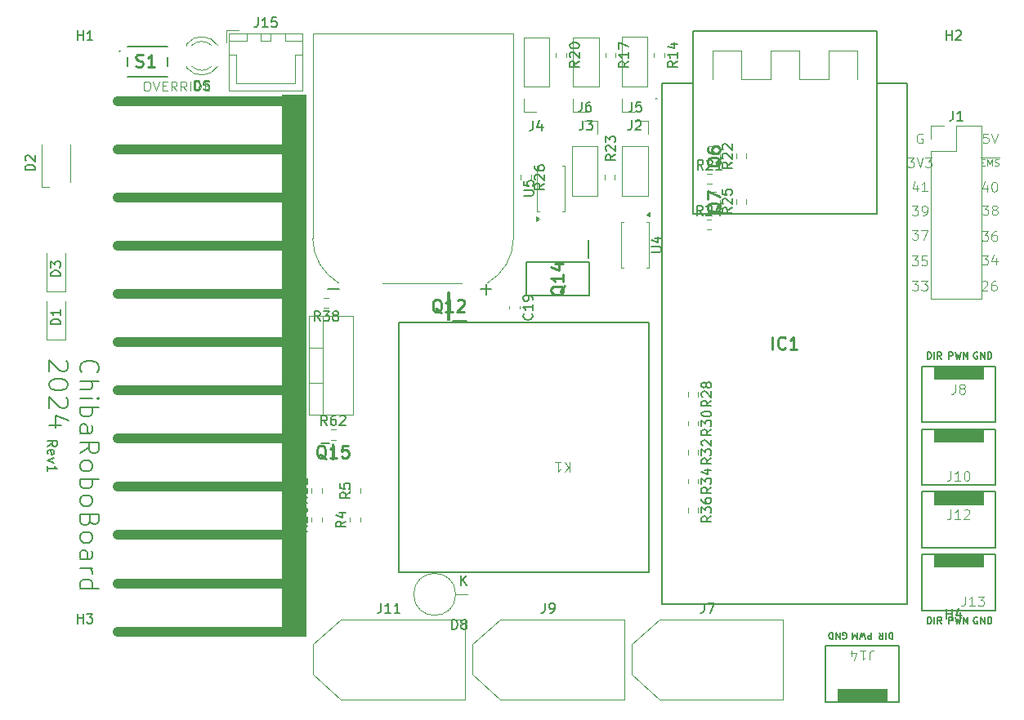
<source format=gbr>
%TF.GenerationSoftware,KiCad,Pcbnew,8.0.4*%
%TF.CreationDate,2024-08-13T21:05:31+09:00*%
%TF.ProjectId,chibarobo_board_2024,63686962-6172-46f6-926f-5f626f617264,rev?*%
%TF.SameCoordinates,Original*%
%TF.FileFunction,Legend,Top*%
%TF.FilePolarity,Positive*%
%FSLAX46Y46*%
G04 Gerber Fmt 4.6, Leading zero omitted, Abs format (unit mm)*
G04 Created by KiCad (PCBNEW 8.0.4) date 2024-08-13 21:05:31*
%MOMM*%
%LPD*%
G01*
G04 APERTURE LIST*
%ADD10C,0.100000*%
%ADD11C,0.150000*%
%ADD12C,0.200000*%
%ADD13C,0.254000*%
%ADD14C,0.120000*%
%ADD15C,1.000000*%
G04 APERTURE END LIST*
D10*
X198561747Y-60957419D02*
X198085557Y-60957419D01*
X198085557Y-60957419D02*
X198037938Y-61433609D01*
X198037938Y-61433609D02*
X198085557Y-61385990D01*
X198085557Y-61385990D02*
X198180795Y-61338371D01*
X198180795Y-61338371D02*
X198418890Y-61338371D01*
X198418890Y-61338371D02*
X198514128Y-61385990D01*
X198514128Y-61385990D02*
X198561747Y-61433609D01*
X198561747Y-61433609D02*
X198609366Y-61528847D01*
X198609366Y-61528847D02*
X198609366Y-61766942D01*
X198609366Y-61766942D02*
X198561747Y-61862180D01*
X198561747Y-61862180D02*
X198514128Y-61909800D01*
X198514128Y-61909800D02*
X198418890Y-61957419D01*
X198418890Y-61957419D02*
X198180795Y-61957419D01*
X198180795Y-61957419D02*
X198085557Y-61909800D01*
X198085557Y-61909800D02*
X198037938Y-61862180D01*
X198895081Y-60957419D02*
X199228414Y-61957419D01*
X199228414Y-61957419D02*
X199561747Y-60957419D01*
X197860385Y-63947879D02*
X198093719Y-63947879D01*
X198193719Y-64314546D02*
X197860385Y-64314546D01*
X197860385Y-64314546D02*
X197860385Y-63614546D01*
X197860385Y-63614546D02*
X198193719Y-63614546D01*
X198493718Y-64314546D02*
X198493718Y-63614546D01*
X198493718Y-63614546D02*
X198727052Y-64114546D01*
X198727052Y-64114546D02*
X198960385Y-63614546D01*
X198960385Y-63614546D02*
X198960385Y-64314546D01*
X199260385Y-64281213D02*
X199360385Y-64314546D01*
X199360385Y-64314546D02*
X199527052Y-64314546D01*
X199527052Y-64314546D02*
X199593718Y-64281213D01*
X199593718Y-64281213D02*
X199627052Y-64247879D01*
X199627052Y-64247879D02*
X199660385Y-64181213D01*
X199660385Y-64181213D02*
X199660385Y-64114546D01*
X199660385Y-64114546D02*
X199627052Y-64047879D01*
X199627052Y-64047879D02*
X199593718Y-64014546D01*
X199593718Y-64014546D02*
X199527052Y-63981213D01*
X199527052Y-63981213D02*
X199393718Y-63947879D01*
X199393718Y-63947879D02*
X199327052Y-63914546D01*
X199327052Y-63914546D02*
X199293718Y-63881213D01*
X199293718Y-63881213D02*
X199260385Y-63814546D01*
X199260385Y-63814546D02*
X199260385Y-63747879D01*
X199260385Y-63747879D02*
X199293718Y-63681213D01*
X199293718Y-63681213D02*
X199327052Y-63647879D01*
X199327052Y-63647879D02*
X199393718Y-63614546D01*
X199393718Y-63614546D02*
X199560385Y-63614546D01*
X199560385Y-63614546D02*
X199660385Y-63647879D01*
X197763719Y-63420213D02*
X199723719Y-63420213D01*
X198458004Y-66302956D02*
X198458004Y-66969623D01*
X198219909Y-65922004D02*
X197981814Y-66636289D01*
X197981814Y-66636289D02*
X198600861Y-66636289D01*
X199172290Y-65969623D02*
X199267528Y-65969623D01*
X199267528Y-65969623D02*
X199362766Y-66017242D01*
X199362766Y-66017242D02*
X199410385Y-66064861D01*
X199410385Y-66064861D02*
X199458004Y-66160099D01*
X199458004Y-66160099D02*
X199505623Y-66350575D01*
X199505623Y-66350575D02*
X199505623Y-66588670D01*
X199505623Y-66588670D02*
X199458004Y-66779146D01*
X199458004Y-66779146D02*
X199410385Y-66874384D01*
X199410385Y-66874384D02*
X199362766Y-66922004D01*
X199362766Y-66922004D02*
X199267528Y-66969623D01*
X199267528Y-66969623D02*
X199172290Y-66969623D01*
X199172290Y-66969623D02*
X199077052Y-66922004D01*
X199077052Y-66922004D02*
X199029433Y-66874384D01*
X199029433Y-66874384D02*
X198981814Y-66779146D01*
X198981814Y-66779146D02*
X198934195Y-66588670D01*
X198934195Y-66588670D02*
X198934195Y-66350575D01*
X198934195Y-66350575D02*
X198981814Y-66160099D01*
X198981814Y-66160099D02*
X199029433Y-66064861D01*
X199029433Y-66064861D02*
X199077052Y-66017242D01*
X199077052Y-66017242D02*
X199172290Y-65969623D01*
X197967429Y-68402197D02*
X198586476Y-68402197D01*
X198586476Y-68402197D02*
X198253143Y-68783149D01*
X198253143Y-68783149D02*
X198396000Y-68783149D01*
X198396000Y-68783149D02*
X198491238Y-68830768D01*
X198491238Y-68830768D02*
X198538857Y-68878387D01*
X198538857Y-68878387D02*
X198586476Y-68973625D01*
X198586476Y-68973625D02*
X198586476Y-69211720D01*
X198586476Y-69211720D02*
X198538857Y-69306958D01*
X198538857Y-69306958D02*
X198491238Y-69354578D01*
X198491238Y-69354578D02*
X198396000Y-69402197D01*
X198396000Y-69402197D02*
X198110286Y-69402197D01*
X198110286Y-69402197D02*
X198015048Y-69354578D01*
X198015048Y-69354578D02*
X197967429Y-69306958D01*
X199157905Y-68830768D02*
X199062667Y-68783149D01*
X199062667Y-68783149D02*
X199015048Y-68735530D01*
X199015048Y-68735530D02*
X198967429Y-68640292D01*
X198967429Y-68640292D02*
X198967429Y-68592673D01*
X198967429Y-68592673D02*
X199015048Y-68497435D01*
X199015048Y-68497435D02*
X199062667Y-68449816D01*
X199062667Y-68449816D02*
X199157905Y-68402197D01*
X199157905Y-68402197D02*
X199348381Y-68402197D01*
X199348381Y-68402197D02*
X199443619Y-68449816D01*
X199443619Y-68449816D02*
X199491238Y-68497435D01*
X199491238Y-68497435D02*
X199538857Y-68592673D01*
X199538857Y-68592673D02*
X199538857Y-68640292D01*
X199538857Y-68640292D02*
X199491238Y-68735530D01*
X199491238Y-68735530D02*
X199443619Y-68783149D01*
X199443619Y-68783149D02*
X199348381Y-68830768D01*
X199348381Y-68830768D02*
X199157905Y-68830768D01*
X199157905Y-68830768D02*
X199062667Y-68878387D01*
X199062667Y-68878387D02*
X199015048Y-68926006D01*
X199015048Y-68926006D02*
X198967429Y-69021244D01*
X198967429Y-69021244D02*
X198967429Y-69211720D01*
X198967429Y-69211720D02*
X199015048Y-69306958D01*
X199015048Y-69306958D02*
X199062667Y-69354578D01*
X199062667Y-69354578D02*
X199157905Y-69402197D01*
X199157905Y-69402197D02*
X199348381Y-69402197D01*
X199348381Y-69402197D02*
X199443619Y-69354578D01*
X199443619Y-69354578D02*
X199491238Y-69306958D01*
X199491238Y-69306958D02*
X199538857Y-69211720D01*
X199538857Y-69211720D02*
X199538857Y-69021244D01*
X199538857Y-69021244D02*
X199491238Y-68926006D01*
X199491238Y-68926006D02*
X199443619Y-68878387D01*
X199443619Y-68878387D02*
X199348381Y-68830768D01*
X197945273Y-71098674D02*
X198564320Y-71098674D01*
X198564320Y-71098674D02*
X198230987Y-71479626D01*
X198230987Y-71479626D02*
X198373844Y-71479626D01*
X198373844Y-71479626D02*
X198469082Y-71527245D01*
X198469082Y-71527245D02*
X198516701Y-71574864D01*
X198516701Y-71574864D02*
X198564320Y-71670102D01*
X198564320Y-71670102D02*
X198564320Y-71908197D01*
X198564320Y-71908197D02*
X198516701Y-72003435D01*
X198516701Y-72003435D02*
X198469082Y-72051055D01*
X198469082Y-72051055D02*
X198373844Y-72098674D01*
X198373844Y-72098674D02*
X198088130Y-72098674D01*
X198088130Y-72098674D02*
X197992892Y-72051055D01*
X197992892Y-72051055D02*
X197945273Y-72003435D01*
X199421463Y-71098674D02*
X199230987Y-71098674D01*
X199230987Y-71098674D02*
X199135749Y-71146293D01*
X199135749Y-71146293D02*
X199088130Y-71193912D01*
X199088130Y-71193912D02*
X198992892Y-71336769D01*
X198992892Y-71336769D02*
X198945273Y-71527245D01*
X198945273Y-71527245D02*
X198945273Y-71908197D01*
X198945273Y-71908197D02*
X198992892Y-72003435D01*
X198992892Y-72003435D02*
X199040511Y-72051055D01*
X199040511Y-72051055D02*
X199135749Y-72098674D01*
X199135749Y-72098674D02*
X199326225Y-72098674D01*
X199326225Y-72098674D02*
X199421463Y-72051055D01*
X199421463Y-72051055D02*
X199469082Y-72003435D01*
X199469082Y-72003435D02*
X199516701Y-71908197D01*
X199516701Y-71908197D02*
X199516701Y-71670102D01*
X199516701Y-71670102D02*
X199469082Y-71574864D01*
X199469082Y-71574864D02*
X199421463Y-71527245D01*
X199421463Y-71527245D02*
X199326225Y-71479626D01*
X199326225Y-71479626D02*
X199135749Y-71479626D01*
X199135749Y-71479626D02*
X199040511Y-71527245D01*
X199040511Y-71527245D02*
X198992892Y-71574864D01*
X198992892Y-71574864D02*
X198945273Y-71670102D01*
X197923117Y-73564538D02*
X198542164Y-73564538D01*
X198542164Y-73564538D02*
X198208831Y-73945490D01*
X198208831Y-73945490D02*
X198351688Y-73945490D01*
X198351688Y-73945490D02*
X198446926Y-73993109D01*
X198446926Y-73993109D02*
X198494545Y-74040728D01*
X198494545Y-74040728D02*
X198542164Y-74135966D01*
X198542164Y-74135966D02*
X198542164Y-74374061D01*
X198542164Y-74374061D02*
X198494545Y-74469299D01*
X198494545Y-74469299D02*
X198446926Y-74516919D01*
X198446926Y-74516919D02*
X198351688Y-74564538D01*
X198351688Y-74564538D02*
X198065974Y-74564538D01*
X198065974Y-74564538D02*
X197970736Y-74516919D01*
X197970736Y-74516919D02*
X197923117Y-74469299D01*
X199399307Y-73897871D02*
X199399307Y-74564538D01*
X199161212Y-73516919D02*
X198923117Y-74231204D01*
X198923117Y-74231204D02*
X199542164Y-74231204D01*
X197937501Y-76329610D02*
X197985120Y-76281991D01*
X197985120Y-76281991D02*
X198080358Y-76234372D01*
X198080358Y-76234372D02*
X198318453Y-76234372D01*
X198318453Y-76234372D02*
X198413691Y-76281991D01*
X198413691Y-76281991D02*
X198461310Y-76329610D01*
X198461310Y-76329610D02*
X198508929Y-76424848D01*
X198508929Y-76424848D02*
X198508929Y-76520086D01*
X198508929Y-76520086D02*
X198461310Y-76662943D01*
X198461310Y-76662943D02*
X197889882Y-77234372D01*
X197889882Y-77234372D02*
X198508929Y-77234372D01*
X199366072Y-76234372D02*
X199175596Y-76234372D01*
X199175596Y-76234372D02*
X199080358Y-76281991D01*
X199080358Y-76281991D02*
X199032739Y-76329610D01*
X199032739Y-76329610D02*
X198937501Y-76472467D01*
X198937501Y-76472467D02*
X198889882Y-76662943D01*
X198889882Y-76662943D02*
X198889882Y-77043895D01*
X198889882Y-77043895D02*
X198937501Y-77139133D01*
X198937501Y-77139133D02*
X198985120Y-77186753D01*
X198985120Y-77186753D02*
X199080358Y-77234372D01*
X199080358Y-77234372D02*
X199270834Y-77234372D01*
X199270834Y-77234372D02*
X199366072Y-77186753D01*
X199366072Y-77186753D02*
X199413691Y-77139133D01*
X199413691Y-77139133D02*
X199461310Y-77043895D01*
X199461310Y-77043895D02*
X199461310Y-76805800D01*
X199461310Y-76805800D02*
X199413691Y-76710562D01*
X199413691Y-76710562D02*
X199366072Y-76662943D01*
X199366072Y-76662943D02*
X199270834Y-76615324D01*
X199270834Y-76615324D02*
X199080358Y-76615324D01*
X199080358Y-76615324D02*
X198985120Y-76662943D01*
X198985120Y-76662943D02*
X198937501Y-76710562D01*
X198937501Y-76710562D02*
X198889882Y-76805800D01*
X191761904Y-61005038D02*
X191666666Y-60957419D01*
X191666666Y-60957419D02*
X191523809Y-60957419D01*
X191523809Y-60957419D02*
X191380952Y-61005038D01*
X191380952Y-61005038D02*
X191285714Y-61100276D01*
X191285714Y-61100276D02*
X191238095Y-61195514D01*
X191238095Y-61195514D02*
X191190476Y-61385990D01*
X191190476Y-61385990D02*
X191190476Y-61528847D01*
X191190476Y-61528847D02*
X191238095Y-61719323D01*
X191238095Y-61719323D02*
X191285714Y-61814561D01*
X191285714Y-61814561D02*
X191380952Y-61909800D01*
X191380952Y-61909800D02*
X191523809Y-61957419D01*
X191523809Y-61957419D02*
X191619047Y-61957419D01*
X191619047Y-61957419D02*
X191761904Y-61909800D01*
X191761904Y-61909800D02*
X191809523Y-61862180D01*
X191809523Y-61862180D02*
X191809523Y-61528847D01*
X191809523Y-61528847D02*
X191619047Y-61528847D01*
X190261905Y-63457419D02*
X190880952Y-63457419D01*
X190880952Y-63457419D02*
X190547619Y-63838371D01*
X190547619Y-63838371D02*
X190690476Y-63838371D01*
X190690476Y-63838371D02*
X190785714Y-63885990D01*
X190785714Y-63885990D02*
X190833333Y-63933609D01*
X190833333Y-63933609D02*
X190880952Y-64028847D01*
X190880952Y-64028847D02*
X190880952Y-64266942D01*
X190880952Y-64266942D02*
X190833333Y-64362180D01*
X190833333Y-64362180D02*
X190785714Y-64409800D01*
X190785714Y-64409800D02*
X190690476Y-64457419D01*
X190690476Y-64457419D02*
X190404762Y-64457419D01*
X190404762Y-64457419D02*
X190309524Y-64409800D01*
X190309524Y-64409800D02*
X190261905Y-64362180D01*
X191166667Y-63457419D02*
X191500000Y-64457419D01*
X191500000Y-64457419D02*
X191833333Y-63457419D01*
X192071429Y-63457419D02*
X192690476Y-63457419D01*
X192690476Y-63457419D02*
X192357143Y-63838371D01*
X192357143Y-63838371D02*
X192500000Y-63838371D01*
X192500000Y-63838371D02*
X192595238Y-63885990D01*
X192595238Y-63885990D02*
X192642857Y-63933609D01*
X192642857Y-63933609D02*
X192690476Y-64028847D01*
X192690476Y-64028847D02*
X192690476Y-64266942D01*
X192690476Y-64266942D02*
X192642857Y-64362180D01*
X192642857Y-64362180D02*
X192595238Y-64409800D01*
X192595238Y-64409800D02*
X192500000Y-64457419D01*
X192500000Y-64457419D02*
X192214286Y-64457419D01*
X192214286Y-64457419D02*
X192119048Y-64409800D01*
X192119048Y-64409800D02*
X192071429Y-64362180D01*
X191214285Y-66290752D02*
X191214285Y-66957419D01*
X190976190Y-65909800D02*
X190738095Y-66624085D01*
X190738095Y-66624085D02*
X191357142Y-66624085D01*
X192261904Y-66957419D02*
X191690476Y-66957419D01*
X191976190Y-66957419D02*
X191976190Y-65957419D01*
X191976190Y-65957419D02*
X191880952Y-66100276D01*
X191880952Y-66100276D02*
X191785714Y-66195514D01*
X191785714Y-66195514D02*
X191690476Y-66243133D01*
X190690476Y-68457419D02*
X191309523Y-68457419D01*
X191309523Y-68457419D02*
X190976190Y-68838371D01*
X190976190Y-68838371D02*
X191119047Y-68838371D01*
X191119047Y-68838371D02*
X191214285Y-68885990D01*
X191214285Y-68885990D02*
X191261904Y-68933609D01*
X191261904Y-68933609D02*
X191309523Y-69028847D01*
X191309523Y-69028847D02*
X191309523Y-69266942D01*
X191309523Y-69266942D02*
X191261904Y-69362180D01*
X191261904Y-69362180D02*
X191214285Y-69409800D01*
X191214285Y-69409800D02*
X191119047Y-69457419D01*
X191119047Y-69457419D02*
X190833333Y-69457419D01*
X190833333Y-69457419D02*
X190738095Y-69409800D01*
X190738095Y-69409800D02*
X190690476Y-69362180D01*
X191785714Y-69457419D02*
X191976190Y-69457419D01*
X191976190Y-69457419D02*
X192071428Y-69409800D01*
X192071428Y-69409800D02*
X192119047Y-69362180D01*
X192119047Y-69362180D02*
X192214285Y-69219323D01*
X192214285Y-69219323D02*
X192261904Y-69028847D01*
X192261904Y-69028847D02*
X192261904Y-68647895D01*
X192261904Y-68647895D02*
X192214285Y-68552657D01*
X192214285Y-68552657D02*
X192166666Y-68505038D01*
X192166666Y-68505038D02*
X192071428Y-68457419D01*
X192071428Y-68457419D02*
X191880952Y-68457419D01*
X191880952Y-68457419D02*
X191785714Y-68505038D01*
X191785714Y-68505038D02*
X191738095Y-68552657D01*
X191738095Y-68552657D02*
X191690476Y-68647895D01*
X191690476Y-68647895D02*
X191690476Y-68885990D01*
X191690476Y-68885990D02*
X191738095Y-68981228D01*
X191738095Y-68981228D02*
X191785714Y-69028847D01*
X191785714Y-69028847D02*
X191880952Y-69076466D01*
X191880952Y-69076466D02*
X192071428Y-69076466D01*
X192071428Y-69076466D02*
X192166666Y-69028847D01*
X192166666Y-69028847D02*
X192214285Y-68981228D01*
X192214285Y-68981228D02*
X192261904Y-68885990D01*
X190690476Y-70957419D02*
X191309523Y-70957419D01*
X191309523Y-70957419D02*
X190976190Y-71338371D01*
X190976190Y-71338371D02*
X191119047Y-71338371D01*
X191119047Y-71338371D02*
X191214285Y-71385990D01*
X191214285Y-71385990D02*
X191261904Y-71433609D01*
X191261904Y-71433609D02*
X191309523Y-71528847D01*
X191309523Y-71528847D02*
X191309523Y-71766942D01*
X191309523Y-71766942D02*
X191261904Y-71862180D01*
X191261904Y-71862180D02*
X191214285Y-71909800D01*
X191214285Y-71909800D02*
X191119047Y-71957419D01*
X191119047Y-71957419D02*
X190833333Y-71957419D01*
X190833333Y-71957419D02*
X190738095Y-71909800D01*
X190738095Y-71909800D02*
X190690476Y-71862180D01*
X191642857Y-70957419D02*
X192309523Y-70957419D01*
X192309523Y-70957419D02*
X191880952Y-71957419D01*
X190675341Y-73642145D02*
X191294388Y-73642145D01*
X191294388Y-73642145D02*
X190961055Y-74023097D01*
X190961055Y-74023097D02*
X191103912Y-74023097D01*
X191103912Y-74023097D02*
X191199150Y-74070716D01*
X191199150Y-74070716D02*
X191246769Y-74118335D01*
X191246769Y-74118335D02*
X191294388Y-74213573D01*
X191294388Y-74213573D02*
X191294388Y-74451668D01*
X191294388Y-74451668D02*
X191246769Y-74546906D01*
X191246769Y-74546906D02*
X191199150Y-74594526D01*
X191199150Y-74594526D02*
X191103912Y-74642145D01*
X191103912Y-74642145D02*
X190818198Y-74642145D01*
X190818198Y-74642145D02*
X190722960Y-74594526D01*
X190722960Y-74594526D02*
X190675341Y-74546906D01*
X192199150Y-73642145D02*
X191722960Y-73642145D01*
X191722960Y-73642145D02*
X191675341Y-74118335D01*
X191675341Y-74118335D02*
X191722960Y-74070716D01*
X191722960Y-74070716D02*
X191818198Y-74023097D01*
X191818198Y-74023097D02*
X192056293Y-74023097D01*
X192056293Y-74023097D02*
X192151531Y-74070716D01*
X192151531Y-74070716D02*
X192199150Y-74118335D01*
X192199150Y-74118335D02*
X192246769Y-74213573D01*
X192246769Y-74213573D02*
X192246769Y-74451668D01*
X192246769Y-74451668D02*
X192199150Y-74546906D01*
X192199150Y-74546906D02*
X192151531Y-74594526D01*
X192151531Y-74594526D02*
X192056293Y-74642145D01*
X192056293Y-74642145D02*
X191818198Y-74642145D01*
X191818198Y-74642145D02*
X191722960Y-74594526D01*
X191722960Y-74594526D02*
X191675341Y-74546906D01*
X190701554Y-76213699D02*
X191320601Y-76213699D01*
X191320601Y-76213699D02*
X190987268Y-76594651D01*
X190987268Y-76594651D02*
X191130125Y-76594651D01*
X191130125Y-76594651D02*
X191225363Y-76642270D01*
X191225363Y-76642270D02*
X191272982Y-76689889D01*
X191272982Y-76689889D02*
X191320601Y-76785127D01*
X191320601Y-76785127D02*
X191320601Y-77023222D01*
X191320601Y-77023222D02*
X191272982Y-77118460D01*
X191272982Y-77118460D02*
X191225363Y-77166080D01*
X191225363Y-77166080D02*
X191130125Y-77213699D01*
X191130125Y-77213699D02*
X190844411Y-77213699D01*
X190844411Y-77213699D02*
X190749173Y-77166080D01*
X190749173Y-77166080D02*
X190701554Y-77118460D01*
X191653935Y-76213699D02*
X192272982Y-76213699D01*
X192272982Y-76213699D02*
X191939649Y-76594651D01*
X191939649Y-76594651D02*
X192082506Y-76594651D01*
X192082506Y-76594651D02*
X192177744Y-76642270D01*
X192177744Y-76642270D02*
X192225363Y-76689889D01*
X192225363Y-76689889D02*
X192272982Y-76785127D01*
X192272982Y-76785127D02*
X192272982Y-77023222D01*
X192272982Y-77023222D02*
X192225363Y-77118460D01*
X192225363Y-77118460D02*
X192177744Y-77166080D01*
X192177744Y-77166080D02*
X192082506Y-77213699D01*
X192082506Y-77213699D02*
X191796792Y-77213699D01*
X191796792Y-77213699D02*
X191701554Y-77166080D01*
X191701554Y-77166080D02*
X191653935Y-77118460D01*
D11*
X183533332Y-113350633D02*
X183599999Y-113383966D01*
X183599999Y-113383966D02*
X183699999Y-113383966D01*
X183699999Y-113383966D02*
X183799999Y-113350633D01*
X183799999Y-113350633D02*
X183866666Y-113283966D01*
X183866666Y-113283966D02*
X183899999Y-113217300D01*
X183899999Y-113217300D02*
X183933332Y-113083966D01*
X183933332Y-113083966D02*
X183933332Y-112983966D01*
X183933332Y-112983966D02*
X183899999Y-112850633D01*
X183899999Y-112850633D02*
X183866666Y-112783966D01*
X183866666Y-112783966D02*
X183799999Y-112717300D01*
X183799999Y-112717300D02*
X183699999Y-112683966D01*
X183699999Y-112683966D02*
X183633332Y-112683966D01*
X183633332Y-112683966D02*
X183533332Y-112717300D01*
X183533332Y-112717300D02*
X183499999Y-112750633D01*
X183499999Y-112750633D02*
X183499999Y-112983966D01*
X183499999Y-112983966D02*
X183633332Y-112983966D01*
X183199999Y-112683966D02*
X183199999Y-113383966D01*
X183199999Y-113383966D02*
X182799999Y-112683966D01*
X182799999Y-112683966D02*
X182799999Y-113383966D01*
X182466666Y-112683966D02*
X182466666Y-113383966D01*
X182466666Y-113383966D02*
X182299999Y-113383966D01*
X182299999Y-113383966D02*
X182199999Y-113350633D01*
X182199999Y-113350633D02*
X182133333Y-113283966D01*
X182133333Y-113283966D02*
X182099999Y-113217300D01*
X182099999Y-113217300D02*
X182066666Y-113083966D01*
X182066666Y-113083966D02*
X182066666Y-112983966D01*
X182066666Y-112983966D02*
X182099999Y-112850633D01*
X182099999Y-112850633D02*
X182133333Y-112783966D01*
X182133333Y-112783966D02*
X182199999Y-112717300D01*
X182199999Y-112717300D02*
X182299999Y-112683966D01*
X182299999Y-112683966D02*
X182466666Y-112683966D01*
X186483333Y-112683966D02*
X186483333Y-113383966D01*
X186483333Y-113383966D02*
X186216666Y-113383966D01*
X186216666Y-113383966D02*
X186150000Y-113350633D01*
X186150000Y-113350633D02*
X186116666Y-113317300D01*
X186116666Y-113317300D02*
X186083333Y-113250633D01*
X186083333Y-113250633D02*
X186083333Y-113150633D01*
X186083333Y-113150633D02*
X186116666Y-113083966D01*
X186116666Y-113083966D02*
X186150000Y-113050633D01*
X186150000Y-113050633D02*
X186216666Y-113017300D01*
X186216666Y-113017300D02*
X186483333Y-113017300D01*
X185850000Y-113383966D02*
X185683333Y-112683966D01*
X185683333Y-112683966D02*
X185550000Y-113183966D01*
X185550000Y-113183966D02*
X185416666Y-112683966D01*
X185416666Y-112683966D02*
X185250000Y-113383966D01*
X184983333Y-112683966D02*
X184983333Y-113383966D01*
X184983333Y-113383966D02*
X184750000Y-112883966D01*
X184750000Y-112883966D02*
X184516666Y-113383966D01*
X184516666Y-113383966D02*
X184516666Y-112683966D01*
X188699999Y-112683966D02*
X188699999Y-113383966D01*
X188699999Y-113383966D02*
X188533332Y-113383966D01*
X188533332Y-113383966D02*
X188433332Y-113350633D01*
X188433332Y-113350633D02*
X188366666Y-113283966D01*
X188366666Y-113283966D02*
X188333332Y-113217300D01*
X188333332Y-113217300D02*
X188299999Y-113083966D01*
X188299999Y-113083966D02*
X188299999Y-112983966D01*
X188299999Y-112983966D02*
X188333332Y-112850633D01*
X188333332Y-112850633D02*
X188366666Y-112783966D01*
X188366666Y-112783966D02*
X188433332Y-112717300D01*
X188433332Y-112717300D02*
X188533332Y-112683966D01*
X188533332Y-112683966D02*
X188699999Y-112683966D01*
X187999999Y-112683966D02*
X187999999Y-113383966D01*
X187266666Y-112683966D02*
X187499999Y-113017300D01*
X187666666Y-112683966D02*
X187666666Y-113383966D01*
X187666666Y-113383966D02*
X187399999Y-113383966D01*
X187399999Y-113383966D02*
X187333333Y-113350633D01*
X187333333Y-113350633D02*
X187299999Y-113317300D01*
X187299999Y-113317300D02*
X187266666Y-113250633D01*
X187266666Y-113250633D02*
X187266666Y-113150633D01*
X187266666Y-113150633D02*
X187299999Y-113083966D01*
X187299999Y-113083966D02*
X187333333Y-113050633D01*
X187333333Y-113050633D02*
X187399999Y-113017300D01*
X187399999Y-113017300D02*
X187666666Y-113017300D01*
X197466667Y-111149366D02*
X197400000Y-111116033D01*
X197400000Y-111116033D02*
X197300000Y-111116033D01*
X197300000Y-111116033D02*
X197200000Y-111149366D01*
X197200000Y-111149366D02*
X197133334Y-111216033D01*
X197133334Y-111216033D02*
X197100000Y-111282700D01*
X197100000Y-111282700D02*
X197066667Y-111416033D01*
X197066667Y-111416033D02*
X197066667Y-111516033D01*
X197066667Y-111516033D02*
X197100000Y-111649366D01*
X197100000Y-111649366D02*
X197133334Y-111716033D01*
X197133334Y-111716033D02*
X197200000Y-111782700D01*
X197200000Y-111782700D02*
X197300000Y-111816033D01*
X197300000Y-111816033D02*
X197366667Y-111816033D01*
X197366667Y-111816033D02*
X197466667Y-111782700D01*
X197466667Y-111782700D02*
X197500000Y-111749366D01*
X197500000Y-111749366D02*
X197500000Y-111516033D01*
X197500000Y-111516033D02*
X197366667Y-111516033D01*
X197800000Y-111816033D02*
X197800000Y-111116033D01*
X197800000Y-111116033D02*
X198200000Y-111816033D01*
X198200000Y-111816033D02*
X198200000Y-111116033D01*
X198533333Y-111816033D02*
X198533333Y-111116033D01*
X198533333Y-111116033D02*
X198700000Y-111116033D01*
X198700000Y-111116033D02*
X198800000Y-111149366D01*
X198800000Y-111149366D02*
X198866667Y-111216033D01*
X198866667Y-111216033D02*
X198900000Y-111282700D01*
X198900000Y-111282700D02*
X198933333Y-111416033D01*
X198933333Y-111416033D02*
X198933333Y-111516033D01*
X198933333Y-111516033D02*
X198900000Y-111649366D01*
X198900000Y-111649366D02*
X198866667Y-111716033D01*
X198866667Y-111716033D02*
X198800000Y-111782700D01*
X198800000Y-111782700D02*
X198700000Y-111816033D01*
X198700000Y-111816033D02*
X198533333Y-111816033D01*
X194516666Y-111816033D02*
X194516666Y-111116033D01*
X194516666Y-111116033D02*
X194783333Y-111116033D01*
X194783333Y-111116033D02*
X194850000Y-111149366D01*
X194850000Y-111149366D02*
X194883333Y-111182700D01*
X194883333Y-111182700D02*
X194916666Y-111249366D01*
X194916666Y-111249366D02*
X194916666Y-111349366D01*
X194916666Y-111349366D02*
X194883333Y-111416033D01*
X194883333Y-111416033D02*
X194850000Y-111449366D01*
X194850000Y-111449366D02*
X194783333Y-111482700D01*
X194783333Y-111482700D02*
X194516666Y-111482700D01*
X195150000Y-111116033D02*
X195316666Y-111816033D01*
X195316666Y-111816033D02*
X195450000Y-111316033D01*
X195450000Y-111316033D02*
X195583333Y-111816033D01*
X195583333Y-111816033D02*
X195750000Y-111116033D01*
X196016666Y-111816033D02*
X196016666Y-111116033D01*
X196016666Y-111116033D02*
X196250000Y-111616033D01*
X196250000Y-111616033D02*
X196483333Y-111116033D01*
X196483333Y-111116033D02*
X196483333Y-111816033D01*
X192300000Y-111816033D02*
X192300000Y-111116033D01*
X192300000Y-111116033D02*
X192466667Y-111116033D01*
X192466667Y-111116033D02*
X192566667Y-111149366D01*
X192566667Y-111149366D02*
X192633334Y-111216033D01*
X192633334Y-111216033D02*
X192666667Y-111282700D01*
X192666667Y-111282700D02*
X192700000Y-111416033D01*
X192700000Y-111416033D02*
X192700000Y-111516033D01*
X192700000Y-111516033D02*
X192666667Y-111649366D01*
X192666667Y-111649366D02*
X192633334Y-111716033D01*
X192633334Y-111716033D02*
X192566667Y-111782700D01*
X192566667Y-111782700D02*
X192466667Y-111816033D01*
X192466667Y-111816033D02*
X192300000Y-111816033D01*
X193000000Y-111816033D02*
X193000000Y-111116033D01*
X193733333Y-111816033D02*
X193500000Y-111482700D01*
X193333333Y-111816033D02*
X193333333Y-111116033D01*
X193333333Y-111116033D02*
X193600000Y-111116033D01*
X193600000Y-111116033D02*
X193666667Y-111149366D01*
X193666667Y-111149366D02*
X193700000Y-111182700D01*
X193700000Y-111182700D02*
X193733333Y-111249366D01*
X193733333Y-111249366D02*
X193733333Y-111349366D01*
X193733333Y-111349366D02*
X193700000Y-111416033D01*
X193700000Y-111416033D02*
X193666667Y-111449366D01*
X193666667Y-111449366D02*
X193600000Y-111482700D01*
X193600000Y-111482700D02*
X193333333Y-111482700D01*
X197466667Y-83649366D02*
X197400000Y-83616033D01*
X197400000Y-83616033D02*
X197300000Y-83616033D01*
X197300000Y-83616033D02*
X197200000Y-83649366D01*
X197200000Y-83649366D02*
X197133334Y-83716033D01*
X197133334Y-83716033D02*
X197100000Y-83782700D01*
X197100000Y-83782700D02*
X197066667Y-83916033D01*
X197066667Y-83916033D02*
X197066667Y-84016033D01*
X197066667Y-84016033D02*
X197100000Y-84149366D01*
X197100000Y-84149366D02*
X197133334Y-84216033D01*
X197133334Y-84216033D02*
X197200000Y-84282700D01*
X197200000Y-84282700D02*
X197300000Y-84316033D01*
X197300000Y-84316033D02*
X197366667Y-84316033D01*
X197366667Y-84316033D02*
X197466667Y-84282700D01*
X197466667Y-84282700D02*
X197500000Y-84249366D01*
X197500000Y-84249366D02*
X197500000Y-84016033D01*
X197500000Y-84016033D02*
X197366667Y-84016033D01*
X197800000Y-84316033D02*
X197800000Y-83616033D01*
X197800000Y-83616033D02*
X198200000Y-84316033D01*
X198200000Y-84316033D02*
X198200000Y-83616033D01*
X198533333Y-84316033D02*
X198533333Y-83616033D01*
X198533333Y-83616033D02*
X198700000Y-83616033D01*
X198700000Y-83616033D02*
X198800000Y-83649366D01*
X198800000Y-83649366D02*
X198866667Y-83716033D01*
X198866667Y-83716033D02*
X198900000Y-83782700D01*
X198900000Y-83782700D02*
X198933333Y-83916033D01*
X198933333Y-83916033D02*
X198933333Y-84016033D01*
X198933333Y-84016033D02*
X198900000Y-84149366D01*
X198900000Y-84149366D02*
X198866667Y-84216033D01*
X198866667Y-84216033D02*
X198800000Y-84282700D01*
X198800000Y-84282700D02*
X198700000Y-84316033D01*
X198700000Y-84316033D02*
X198533333Y-84316033D01*
X194516666Y-84316033D02*
X194516666Y-83616033D01*
X194516666Y-83616033D02*
X194783333Y-83616033D01*
X194783333Y-83616033D02*
X194850000Y-83649366D01*
X194850000Y-83649366D02*
X194883333Y-83682700D01*
X194883333Y-83682700D02*
X194916666Y-83749366D01*
X194916666Y-83749366D02*
X194916666Y-83849366D01*
X194916666Y-83849366D02*
X194883333Y-83916033D01*
X194883333Y-83916033D02*
X194850000Y-83949366D01*
X194850000Y-83949366D02*
X194783333Y-83982700D01*
X194783333Y-83982700D02*
X194516666Y-83982700D01*
X195150000Y-83616033D02*
X195316666Y-84316033D01*
X195316666Y-84316033D02*
X195450000Y-83816033D01*
X195450000Y-83816033D02*
X195583333Y-84316033D01*
X195583333Y-84316033D02*
X195750000Y-83616033D01*
X196016666Y-84316033D02*
X196016666Y-83616033D01*
X196016666Y-83616033D02*
X196250000Y-84116033D01*
X196250000Y-84116033D02*
X196483333Y-83616033D01*
X196483333Y-83616033D02*
X196483333Y-84316033D01*
X192300000Y-84316033D02*
X192300000Y-83616033D01*
X192300000Y-83616033D02*
X192466667Y-83616033D01*
X192466667Y-83616033D02*
X192566667Y-83649366D01*
X192566667Y-83649366D02*
X192633334Y-83716033D01*
X192633334Y-83716033D02*
X192666667Y-83782700D01*
X192666667Y-83782700D02*
X192700000Y-83916033D01*
X192700000Y-83916033D02*
X192700000Y-84016033D01*
X192700000Y-84016033D02*
X192666667Y-84149366D01*
X192666667Y-84149366D02*
X192633334Y-84216033D01*
X192633334Y-84216033D02*
X192566667Y-84282700D01*
X192566667Y-84282700D02*
X192466667Y-84316033D01*
X192466667Y-84316033D02*
X192300000Y-84316033D01*
X193000000Y-84316033D02*
X193000000Y-83616033D01*
X193733333Y-84316033D02*
X193500000Y-83982700D01*
X193333333Y-84316033D02*
X193333333Y-83616033D01*
X193333333Y-83616033D02*
X193600000Y-83616033D01*
X193600000Y-83616033D02*
X193666667Y-83649366D01*
X193666667Y-83649366D02*
X193700000Y-83682700D01*
X193700000Y-83682700D02*
X193733333Y-83749366D01*
X193733333Y-83749366D02*
X193733333Y-83849366D01*
X193733333Y-83849366D02*
X193700000Y-83916033D01*
X193700000Y-83916033D02*
X193666667Y-83949366D01*
X193666667Y-83949366D02*
X193600000Y-83982700D01*
X193600000Y-83982700D02*
X193333333Y-83982700D01*
D12*
X104665526Y-85750625D02*
X104570288Y-85655387D01*
X104570288Y-85655387D02*
X104475049Y-85369673D01*
X104475049Y-85369673D02*
X104475049Y-85179197D01*
X104475049Y-85179197D02*
X104570288Y-84893482D01*
X104570288Y-84893482D02*
X104760764Y-84703006D01*
X104760764Y-84703006D02*
X104951240Y-84607768D01*
X104951240Y-84607768D02*
X105332192Y-84512530D01*
X105332192Y-84512530D02*
X105617907Y-84512530D01*
X105617907Y-84512530D02*
X105998859Y-84607768D01*
X105998859Y-84607768D02*
X106189335Y-84703006D01*
X106189335Y-84703006D02*
X106379811Y-84893482D01*
X106379811Y-84893482D02*
X106475049Y-85179197D01*
X106475049Y-85179197D02*
X106475049Y-85369673D01*
X106475049Y-85369673D02*
X106379811Y-85655387D01*
X106379811Y-85655387D02*
X106284573Y-85750625D01*
X104475049Y-86607768D02*
X106475049Y-86607768D01*
X104475049Y-87464911D02*
X105522668Y-87464911D01*
X105522668Y-87464911D02*
X105713145Y-87369673D01*
X105713145Y-87369673D02*
X105808383Y-87179197D01*
X105808383Y-87179197D02*
X105808383Y-86893482D01*
X105808383Y-86893482D02*
X105713145Y-86703006D01*
X105713145Y-86703006D02*
X105617907Y-86607768D01*
X104475049Y-88417292D02*
X105808383Y-88417292D01*
X106475049Y-88417292D02*
X106379811Y-88322054D01*
X106379811Y-88322054D02*
X106284573Y-88417292D01*
X106284573Y-88417292D02*
X106379811Y-88512530D01*
X106379811Y-88512530D02*
X106475049Y-88417292D01*
X106475049Y-88417292D02*
X106284573Y-88417292D01*
X104475049Y-89369673D02*
X106475049Y-89369673D01*
X105713145Y-89369673D02*
X105808383Y-89560149D01*
X105808383Y-89560149D02*
X105808383Y-89941102D01*
X105808383Y-89941102D02*
X105713145Y-90131578D01*
X105713145Y-90131578D02*
X105617907Y-90226816D01*
X105617907Y-90226816D02*
X105427430Y-90322054D01*
X105427430Y-90322054D02*
X104856002Y-90322054D01*
X104856002Y-90322054D02*
X104665526Y-90226816D01*
X104665526Y-90226816D02*
X104570288Y-90131578D01*
X104570288Y-90131578D02*
X104475049Y-89941102D01*
X104475049Y-89941102D02*
X104475049Y-89560149D01*
X104475049Y-89560149D02*
X104570288Y-89369673D01*
X104475049Y-92036340D02*
X105522668Y-92036340D01*
X105522668Y-92036340D02*
X105713145Y-91941102D01*
X105713145Y-91941102D02*
X105808383Y-91750626D01*
X105808383Y-91750626D02*
X105808383Y-91369673D01*
X105808383Y-91369673D02*
X105713145Y-91179197D01*
X104570288Y-92036340D02*
X104475049Y-91845864D01*
X104475049Y-91845864D02*
X104475049Y-91369673D01*
X104475049Y-91369673D02*
X104570288Y-91179197D01*
X104570288Y-91179197D02*
X104760764Y-91083959D01*
X104760764Y-91083959D02*
X104951240Y-91083959D01*
X104951240Y-91083959D02*
X105141716Y-91179197D01*
X105141716Y-91179197D02*
X105236954Y-91369673D01*
X105236954Y-91369673D02*
X105236954Y-91845864D01*
X105236954Y-91845864D02*
X105332192Y-92036340D01*
X104475049Y-94131578D02*
X105427430Y-93464911D01*
X104475049Y-92988721D02*
X106475049Y-92988721D01*
X106475049Y-92988721D02*
X106475049Y-93750626D01*
X106475049Y-93750626D02*
X106379811Y-93941102D01*
X106379811Y-93941102D02*
X106284573Y-94036340D01*
X106284573Y-94036340D02*
X106094097Y-94131578D01*
X106094097Y-94131578D02*
X105808383Y-94131578D01*
X105808383Y-94131578D02*
X105617907Y-94036340D01*
X105617907Y-94036340D02*
X105522668Y-93941102D01*
X105522668Y-93941102D02*
X105427430Y-93750626D01*
X105427430Y-93750626D02*
X105427430Y-92988721D01*
X104475049Y-95274435D02*
X104570288Y-95083959D01*
X104570288Y-95083959D02*
X104665526Y-94988721D01*
X104665526Y-94988721D02*
X104856002Y-94893483D01*
X104856002Y-94893483D02*
X105427430Y-94893483D01*
X105427430Y-94893483D02*
X105617907Y-94988721D01*
X105617907Y-94988721D02*
X105713145Y-95083959D01*
X105713145Y-95083959D02*
X105808383Y-95274435D01*
X105808383Y-95274435D02*
X105808383Y-95560150D01*
X105808383Y-95560150D02*
X105713145Y-95750626D01*
X105713145Y-95750626D02*
X105617907Y-95845864D01*
X105617907Y-95845864D02*
X105427430Y-95941102D01*
X105427430Y-95941102D02*
X104856002Y-95941102D01*
X104856002Y-95941102D02*
X104665526Y-95845864D01*
X104665526Y-95845864D02*
X104570288Y-95750626D01*
X104570288Y-95750626D02*
X104475049Y-95560150D01*
X104475049Y-95560150D02*
X104475049Y-95274435D01*
X104475049Y-96798245D02*
X106475049Y-96798245D01*
X105713145Y-96798245D02*
X105808383Y-96988721D01*
X105808383Y-96988721D02*
X105808383Y-97369674D01*
X105808383Y-97369674D02*
X105713145Y-97560150D01*
X105713145Y-97560150D02*
X105617907Y-97655388D01*
X105617907Y-97655388D02*
X105427430Y-97750626D01*
X105427430Y-97750626D02*
X104856002Y-97750626D01*
X104856002Y-97750626D02*
X104665526Y-97655388D01*
X104665526Y-97655388D02*
X104570288Y-97560150D01*
X104570288Y-97560150D02*
X104475049Y-97369674D01*
X104475049Y-97369674D02*
X104475049Y-96988721D01*
X104475049Y-96988721D02*
X104570288Y-96798245D01*
X104475049Y-98893483D02*
X104570288Y-98703007D01*
X104570288Y-98703007D02*
X104665526Y-98607769D01*
X104665526Y-98607769D02*
X104856002Y-98512531D01*
X104856002Y-98512531D02*
X105427430Y-98512531D01*
X105427430Y-98512531D02*
X105617907Y-98607769D01*
X105617907Y-98607769D02*
X105713145Y-98703007D01*
X105713145Y-98703007D02*
X105808383Y-98893483D01*
X105808383Y-98893483D02*
X105808383Y-99179198D01*
X105808383Y-99179198D02*
X105713145Y-99369674D01*
X105713145Y-99369674D02*
X105617907Y-99464912D01*
X105617907Y-99464912D02*
X105427430Y-99560150D01*
X105427430Y-99560150D02*
X104856002Y-99560150D01*
X104856002Y-99560150D02*
X104665526Y-99464912D01*
X104665526Y-99464912D02*
X104570288Y-99369674D01*
X104570288Y-99369674D02*
X104475049Y-99179198D01*
X104475049Y-99179198D02*
X104475049Y-98893483D01*
X105522668Y-101083960D02*
X105427430Y-101369674D01*
X105427430Y-101369674D02*
X105332192Y-101464912D01*
X105332192Y-101464912D02*
X105141716Y-101560150D01*
X105141716Y-101560150D02*
X104856002Y-101560150D01*
X104856002Y-101560150D02*
X104665526Y-101464912D01*
X104665526Y-101464912D02*
X104570288Y-101369674D01*
X104570288Y-101369674D02*
X104475049Y-101179198D01*
X104475049Y-101179198D02*
X104475049Y-100417293D01*
X104475049Y-100417293D02*
X106475049Y-100417293D01*
X106475049Y-100417293D02*
X106475049Y-101083960D01*
X106475049Y-101083960D02*
X106379811Y-101274436D01*
X106379811Y-101274436D02*
X106284573Y-101369674D01*
X106284573Y-101369674D02*
X106094097Y-101464912D01*
X106094097Y-101464912D02*
X105903621Y-101464912D01*
X105903621Y-101464912D02*
X105713145Y-101369674D01*
X105713145Y-101369674D02*
X105617907Y-101274436D01*
X105617907Y-101274436D02*
X105522668Y-101083960D01*
X105522668Y-101083960D02*
X105522668Y-100417293D01*
X104475049Y-102703007D02*
X104570288Y-102512531D01*
X104570288Y-102512531D02*
X104665526Y-102417293D01*
X104665526Y-102417293D02*
X104856002Y-102322055D01*
X104856002Y-102322055D02*
X105427430Y-102322055D01*
X105427430Y-102322055D02*
X105617907Y-102417293D01*
X105617907Y-102417293D02*
X105713145Y-102512531D01*
X105713145Y-102512531D02*
X105808383Y-102703007D01*
X105808383Y-102703007D02*
X105808383Y-102988722D01*
X105808383Y-102988722D02*
X105713145Y-103179198D01*
X105713145Y-103179198D02*
X105617907Y-103274436D01*
X105617907Y-103274436D02*
X105427430Y-103369674D01*
X105427430Y-103369674D02*
X104856002Y-103369674D01*
X104856002Y-103369674D02*
X104665526Y-103274436D01*
X104665526Y-103274436D02*
X104570288Y-103179198D01*
X104570288Y-103179198D02*
X104475049Y-102988722D01*
X104475049Y-102988722D02*
X104475049Y-102703007D01*
X104475049Y-105083960D02*
X105522668Y-105083960D01*
X105522668Y-105083960D02*
X105713145Y-104988722D01*
X105713145Y-104988722D02*
X105808383Y-104798246D01*
X105808383Y-104798246D02*
X105808383Y-104417293D01*
X105808383Y-104417293D02*
X105713145Y-104226817D01*
X104570288Y-105083960D02*
X104475049Y-104893484D01*
X104475049Y-104893484D02*
X104475049Y-104417293D01*
X104475049Y-104417293D02*
X104570288Y-104226817D01*
X104570288Y-104226817D02*
X104760764Y-104131579D01*
X104760764Y-104131579D02*
X104951240Y-104131579D01*
X104951240Y-104131579D02*
X105141716Y-104226817D01*
X105141716Y-104226817D02*
X105236954Y-104417293D01*
X105236954Y-104417293D02*
X105236954Y-104893484D01*
X105236954Y-104893484D02*
X105332192Y-105083960D01*
X104475049Y-106036341D02*
X105808383Y-106036341D01*
X105427430Y-106036341D02*
X105617907Y-106131579D01*
X105617907Y-106131579D02*
X105713145Y-106226817D01*
X105713145Y-106226817D02*
X105808383Y-106417293D01*
X105808383Y-106417293D02*
X105808383Y-106607770D01*
X104475049Y-108131579D02*
X106475049Y-108131579D01*
X104570288Y-108131579D02*
X104475049Y-107941103D01*
X104475049Y-107941103D02*
X104475049Y-107560150D01*
X104475049Y-107560150D02*
X104570288Y-107369674D01*
X104570288Y-107369674D02*
X104665526Y-107274436D01*
X104665526Y-107274436D02*
X104856002Y-107179198D01*
X104856002Y-107179198D02*
X105427430Y-107179198D01*
X105427430Y-107179198D02*
X105617907Y-107274436D01*
X105617907Y-107274436D02*
X105713145Y-107369674D01*
X105713145Y-107369674D02*
X105808383Y-107560150D01*
X105808383Y-107560150D02*
X105808383Y-107941103D01*
X105808383Y-107941103D02*
X105713145Y-108131579D01*
X103064685Y-84512530D02*
X103159923Y-84607768D01*
X103159923Y-84607768D02*
X103255161Y-84798244D01*
X103255161Y-84798244D02*
X103255161Y-85274435D01*
X103255161Y-85274435D02*
X103159923Y-85464911D01*
X103159923Y-85464911D02*
X103064685Y-85560149D01*
X103064685Y-85560149D02*
X102874209Y-85655387D01*
X102874209Y-85655387D02*
X102683733Y-85655387D01*
X102683733Y-85655387D02*
X102398019Y-85560149D01*
X102398019Y-85560149D02*
X101255161Y-84417292D01*
X101255161Y-84417292D02*
X101255161Y-85655387D01*
X103255161Y-86893482D02*
X103255161Y-87083959D01*
X103255161Y-87083959D02*
X103159923Y-87274435D01*
X103159923Y-87274435D02*
X103064685Y-87369673D01*
X103064685Y-87369673D02*
X102874209Y-87464911D01*
X102874209Y-87464911D02*
X102493257Y-87560149D01*
X102493257Y-87560149D02*
X102017066Y-87560149D01*
X102017066Y-87560149D02*
X101636114Y-87464911D01*
X101636114Y-87464911D02*
X101445638Y-87369673D01*
X101445638Y-87369673D02*
X101350400Y-87274435D01*
X101350400Y-87274435D02*
X101255161Y-87083959D01*
X101255161Y-87083959D02*
X101255161Y-86893482D01*
X101255161Y-86893482D02*
X101350400Y-86703006D01*
X101350400Y-86703006D02*
X101445638Y-86607768D01*
X101445638Y-86607768D02*
X101636114Y-86512530D01*
X101636114Y-86512530D02*
X102017066Y-86417292D01*
X102017066Y-86417292D02*
X102493257Y-86417292D01*
X102493257Y-86417292D02*
X102874209Y-86512530D01*
X102874209Y-86512530D02*
X103064685Y-86607768D01*
X103064685Y-86607768D02*
X103159923Y-86703006D01*
X103159923Y-86703006D02*
X103255161Y-86893482D01*
X103064685Y-88322054D02*
X103159923Y-88417292D01*
X103159923Y-88417292D02*
X103255161Y-88607768D01*
X103255161Y-88607768D02*
X103255161Y-89083959D01*
X103255161Y-89083959D02*
X103159923Y-89274435D01*
X103159923Y-89274435D02*
X103064685Y-89369673D01*
X103064685Y-89369673D02*
X102874209Y-89464911D01*
X102874209Y-89464911D02*
X102683733Y-89464911D01*
X102683733Y-89464911D02*
X102398019Y-89369673D01*
X102398019Y-89369673D02*
X101255161Y-88226816D01*
X101255161Y-88226816D02*
X101255161Y-89464911D01*
X102588495Y-91179197D02*
X101255161Y-91179197D01*
X103350400Y-90703006D02*
X101921828Y-90226816D01*
X101921828Y-90226816D02*
X101921828Y-91464911D01*
D11*
X101130180Y-93408207D02*
X101606371Y-93074874D01*
X101130180Y-92836779D02*
X102130180Y-92836779D01*
X102130180Y-92836779D02*
X102130180Y-93217731D01*
X102130180Y-93217731D02*
X102082561Y-93312969D01*
X102082561Y-93312969D02*
X102034942Y-93360588D01*
X102034942Y-93360588D02*
X101939704Y-93408207D01*
X101939704Y-93408207D02*
X101796847Y-93408207D01*
X101796847Y-93408207D02*
X101701609Y-93360588D01*
X101701609Y-93360588D02*
X101653990Y-93312969D01*
X101653990Y-93312969D02*
X101606371Y-93217731D01*
X101606371Y-93217731D02*
X101606371Y-92836779D01*
X101177800Y-94217731D02*
X101130180Y-94122493D01*
X101130180Y-94122493D02*
X101130180Y-93932017D01*
X101130180Y-93932017D02*
X101177800Y-93836779D01*
X101177800Y-93836779D02*
X101273038Y-93789160D01*
X101273038Y-93789160D02*
X101653990Y-93789160D01*
X101653990Y-93789160D02*
X101749228Y-93836779D01*
X101749228Y-93836779D02*
X101796847Y-93932017D01*
X101796847Y-93932017D02*
X101796847Y-94122493D01*
X101796847Y-94122493D02*
X101749228Y-94217731D01*
X101749228Y-94217731D02*
X101653990Y-94265350D01*
X101653990Y-94265350D02*
X101558752Y-94265350D01*
X101558752Y-94265350D02*
X101463514Y-93789160D01*
X101796847Y-94598684D02*
X101130180Y-94836779D01*
X101130180Y-94836779D02*
X101796847Y-95074874D01*
X101130180Y-95979636D02*
X101130180Y-95408208D01*
X101130180Y-95693922D02*
X102130180Y-95693922D01*
X102130180Y-95693922D02*
X101987323Y-95598684D01*
X101987323Y-95598684D02*
X101892085Y-95503446D01*
X101892085Y-95503446D02*
X101844466Y-95408208D01*
D10*
X111332591Y-55532847D02*
X111523067Y-55532847D01*
X111523067Y-55532847D02*
X111618305Y-55580466D01*
X111618305Y-55580466D02*
X111713543Y-55675704D01*
X111713543Y-55675704D02*
X111761162Y-55866180D01*
X111761162Y-55866180D02*
X111761162Y-56199513D01*
X111761162Y-56199513D02*
X111713543Y-56389989D01*
X111713543Y-56389989D02*
X111618305Y-56485228D01*
X111618305Y-56485228D02*
X111523067Y-56532847D01*
X111523067Y-56532847D02*
X111332591Y-56532847D01*
X111332591Y-56532847D02*
X111237353Y-56485228D01*
X111237353Y-56485228D02*
X111142115Y-56389989D01*
X111142115Y-56389989D02*
X111094496Y-56199513D01*
X111094496Y-56199513D02*
X111094496Y-55866180D01*
X111094496Y-55866180D02*
X111142115Y-55675704D01*
X111142115Y-55675704D02*
X111237353Y-55580466D01*
X111237353Y-55580466D02*
X111332591Y-55532847D01*
X112046877Y-55532847D02*
X112380210Y-56532847D01*
X112380210Y-56532847D02*
X112713543Y-55532847D01*
X113046877Y-56009037D02*
X113380210Y-56009037D01*
X113523067Y-56532847D02*
X113046877Y-56532847D01*
X113046877Y-56532847D02*
X113046877Y-55532847D01*
X113046877Y-55532847D02*
X113523067Y-55532847D01*
X114523067Y-56532847D02*
X114189734Y-56056656D01*
X113951639Y-56532847D02*
X113951639Y-55532847D01*
X113951639Y-55532847D02*
X114332591Y-55532847D01*
X114332591Y-55532847D02*
X114427829Y-55580466D01*
X114427829Y-55580466D02*
X114475448Y-55628085D01*
X114475448Y-55628085D02*
X114523067Y-55723323D01*
X114523067Y-55723323D02*
X114523067Y-55866180D01*
X114523067Y-55866180D02*
X114475448Y-55961418D01*
X114475448Y-55961418D02*
X114427829Y-56009037D01*
X114427829Y-56009037D02*
X114332591Y-56056656D01*
X114332591Y-56056656D02*
X113951639Y-56056656D01*
X115523067Y-56532847D02*
X115189734Y-56056656D01*
X114951639Y-56532847D02*
X114951639Y-55532847D01*
X114951639Y-55532847D02*
X115332591Y-55532847D01*
X115332591Y-55532847D02*
X115427829Y-55580466D01*
X115427829Y-55580466D02*
X115475448Y-55628085D01*
X115475448Y-55628085D02*
X115523067Y-55723323D01*
X115523067Y-55723323D02*
X115523067Y-55866180D01*
X115523067Y-55866180D02*
X115475448Y-55961418D01*
X115475448Y-55961418D02*
X115427829Y-56009037D01*
X115427829Y-56009037D02*
X115332591Y-56056656D01*
X115332591Y-56056656D02*
X114951639Y-56056656D01*
X115951639Y-56532847D02*
X115951639Y-55532847D01*
X116427829Y-56532847D02*
X116427829Y-55532847D01*
X116427829Y-55532847D02*
X116665924Y-55532847D01*
X116665924Y-55532847D02*
X116808781Y-55580466D01*
X116808781Y-55580466D02*
X116904019Y-55675704D01*
X116904019Y-55675704D02*
X116951638Y-55770942D01*
X116951638Y-55770942D02*
X116999257Y-55961418D01*
X116999257Y-55961418D02*
X116999257Y-56104275D01*
X116999257Y-56104275D02*
X116951638Y-56294751D01*
X116951638Y-56294751D02*
X116904019Y-56389989D01*
X116904019Y-56389989D02*
X116808781Y-56485228D01*
X116808781Y-56485228D02*
X116665924Y-56532847D01*
X116665924Y-56532847D02*
X116427829Y-56532847D01*
X117427829Y-56009037D02*
X117761162Y-56009037D01*
X117904019Y-56532847D02*
X117427829Y-56532847D01*
X117427829Y-56532847D02*
X117427829Y-55532847D01*
X117427829Y-55532847D02*
X117904019Y-55532847D01*
D11*
X102454819Y-75738094D02*
X101454819Y-75738094D01*
X101454819Y-75738094D02*
X101454819Y-75499999D01*
X101454819Y-75499999D02*
X101502438Y-75357142D01*
X101502438Y-75357142D02*
X101597676Y-75261904D01*
X101597676Y-75261904D02*
X101692914Y-75214285D01*
X101692914Y-75214285D02*
X101883390Y-75166666D01*
X101883390Y-75166666D02*
X102026247Y-75166666D01*
X102026247Y-75166666D02*
X102216723Y-75214285D01*
X102216723Y-75214285D02*
X102311961Y-75261904D01*
X102311961Y-75261904D02*
X102407200Y-75357142D01*
X102407200Y-75357142D02*
X102454819Y-75499999D01*
X102454819Y-75499999D02*
X102454819Y-75738094D01*
X101454819Y-74833332D02*
X101454819Y-74214285D01*
X101454819Y-74214285D02*
X101835771Y-74547618D01*
X101835771Y-74547618D02*
X101835771Y-74404761D01*
X101835771Y-74404761D02*
X101883390Y-74309523D01*
X101883390Y-74309523D02*
X101931009Y-74261904D01*
X101931009Y-74261904D02*
X102026247Y-74214285D01*
X102026247Y-74214285D02*
X102264342Y-74214285D01*
X102264342Y-74214285D02*
X102359580Y-74261904D01*
X102359580Y-74261904D02*
X102407200Y-74309523D01*
X102407200Y-74309523D02*
X102454819Y-74404761D01*
X102454819Y-74404761D02*
X102454819Y-74690475D01*
X102454819Y-74690475D02*
X102407200Y-74785713D01*
X102407200Y-74785713D02*
X102359580Y-74833332D01*
X169884819Y-91642857D02*
X169408628Y-91976190D01*
X169884819Y-92214285D02*
X168884819Y-92214285D01*
X168884819Y-92214285D02*
X168884819Y-91833333D01*
X168884819Y-91833333D02*
X168932438Y-91738095D01*
X168932438Y-91738095D02*
X168980057Y-91690476D01*
X168980057Y-91690476D02*
X169075295Y-91642857D01*
X169075295Y-91642857D02*
X169218152Y-91642857D01*
X169218152Y-91642857D02*
X169313390Y-91690476D01*
X169313390Y-91690476D02*
X169361009Y-91738095D01*
X169361009Y-91738095D02*
X169408628Y-91833333D01*
X169408628Y-91833333D02*
X169408628Y-92214285D01*
X168884819Y-91309523D02*
X168884819Y-90690476D01*
X168884819Y-90690476D02*
X169265771Y-91023809D01*
X169265771Y-91023809D02*
X169265771Y-90880952D01*
X169265771Y-90880952D02*
X169313390Y-90785714D01*
X169313390Y-90785714D02*
X169361009Y-90738095D01*
X169361009Y-90738095D02*
X169456247Y-90690476D01*
X169456247Y-90690476D02*
X169694342Y-90690476D01*
X169694342Y-90690476D02*
X169789580Y-90738095D01*
X169789580Y-90738095D02*
X169837200Y-90785714D01*
X169837200Y-90785714D02*
X169884819Y-90880952D01*
X169884819Y-90880952D02*
X169884819Y-91166666D01*
X169884819Y-91166666D02*
X169837200Y-91261904D01*
X169837200Y-91261904D02*
X169789580Y-91309523D01*
X168884819Y-90071428D02*
X168884819Y-89976190D01*
X168884819Y-89976190D02*
X168932438Y-89880952D01*
X168932438Y-89880952D02*
X168980057Y-89833333D01*
X168980057Y-89833333D02*
X169075295Y-89785714D01*
X169075295Y-89785714D02*
X169265771Y-89738095D01*
X169265771Y-89738095D02*
X169503866Y-89738095D01*
X169503866Y-89738095D02*
X169694342Y-89785714D01*
X169694342Y-89785714D02*
X169789580Y-89833333D01*
X169789580Y-89833333D02*
X169837200Y-89880952D01*
X169837200Y-89880952D02*
X169884819Y-89976190D01*
X169884819Y-89976190D02*
X169884819Y-90071428D01*
X169884819Y-90071428D02*
X169837200Y-90166666D01*
X169837200Y-90166666D02*
X169789580Y-90214285D01*
X169789580Y-90214285D02*
X169694342Y-90261904D01*
X169694342Y-90261904D02*
X169503866Y-90309523D01*
X169503866Y-90309523D02*
X169265771Y-90309523D01*
X169265771Y-90309523D02*
X169075295Y-90261904D01*
X169075295Y-90261904D02*
X168980057Y-90214285D01*
X168980057Y-90214285D02*
X168932438Y-90166666D01*
X168932438Y-90166666D02*
X168884819Y-90071428D01*
X159954819Y-63142857D02*
X159478628Y-63476190D01*
X159954819Y-63714285D02*
X158954819Y-63714285D01*
X158954819Y-63714285D02*
X158954819Y-63333333D01*
X158954819Y-63333333D02*
X159002438Y-63238095D01*
X159002438Y-63238095D02*
X159050057Y-63190476D01*
X159050057Y-63190476D02*
X159145295Y-63142857D01*
X159145295Y-63142857D02*
X159288152Y-63142857D01*
X159288152Y-63142857D02*
X159383390Y-63190476D01*
X159383390Y-63190476D02*
X159431009Y-63238095D01*
X159431009Y-63238095D02*
X159478628Y-63333333D01*
X159478628Y-63333333D02*
X159478628Y-63714285D01*
X159050057Y-62761904D02*
X159002438Y-62714285D01*
X159002438Y-62714285D02*
X158954819Y-62619047D01*
X158954819Y-62619047D02*
X158954819Y-62380952D01*
X158954819Y-62380952D02*
X159002438Y-62285714D01*
X159002438Y-62285714D02*
X159050057Y-62238095D01*
X159050057Y-62238095D02*
X159145295Y-62190476D01*
X159145295Y-62190476D02*
X159240533Y-62190476D01*
X159240533Y-62190476D02*
X159383390Y-62238095D01*
X159383390Y-62238095D02*
X159954819Y-62809523D01*
X159954819Y-62809523D02*
X159954819Y-62190476D01*
X158954819Y-61857142D02*
X158954819Y-61238095D01*
X158954819Y-61238095D02*
X159335771Y-61571428D01*
X159335771Y-61571428D02*
X159335771Y-61428571D01*
X159335771Y-61428571D02*
X159383390Y-61333333D01*
X159383390Y-61333333D02*
X159431009Y-61285714D01*
X159431009Y-61285714D02*
X159526247Y-61238095D01*
X159526247Y-61238095D02*
X159764342Y-61238095D01*
X159764342Y-61238095D02*
X159859580Y-61285714D01*
X159859580Y-61285714D02*
X159907200Y-61333333D01*
X159907200Y-61333333D02*
X159954819Y-61428571D01*
X159954819Y-61428571D02*
X159954819Y-61714285D01*
X159954819Y-61714285D02*
X159907200Y-61809523D01*
X159907200Y-61809523D02*
X159859580Y-61857142D01*
X130178571Y-77114700D02*
X131321429Y-77114700D01*
X145978571Y-77114700D02*
X147121429Y-77114700D01*
X146550000Y-77686128D02*
X146550000Y-76543271D01*
D10*
X194690476Y-95957419D02*
X194690476Y-96671704D01*
X194690476Y-96671704D02*
X194642857Y-96814561D01*
X194642857Y-96814561D02*
X194547619Y-96909800D01*
X194547619Y-96909800D02*
X194404762Y-96957419D01*
X194404762Y-96957419D02*
X194309524Y-96957419D01*
X195690476Y-96957419D02*
X195119048Y-96957419D01*
X195404762Y-96957419D02*
X195404762Y-95957419D01*
X195404762Y-95957419D02*
X195309524Y-96100276D01*
X195309524Y-96100276D02*
X195214286Y-96195514D01*
X195214286Y-96195514D02*
X195119048Y-96243133D01*
X196309524Y-95957419D02*
X196404762Y-95957419D01*
X196404762Y-95957419D02*
X196500000Y-96005038D01*
X196500000Y-96005038D02*
X196547619Y-96052657D01*
X196547619Y-96052657D02*
X196595238Y-96147895D01*
X196595238Y-96147895D02*
X196642857Y-96338371D01*
X196642857Y-96338371D02*
X196642857Y-96576466D01*
X196642857Y-96576466D02*
X196595238Y-96766942D01*
X196595238Y-96766942D02*
X196547619Y-96862180D01*
X196547619Y-96862180D02*
X196500000Y-96909800D01*
X196500000Y-96909800D02*
X196404762Y-96957419D01*
X196404762Y-96957419D02*
X196309524Y-96957419D01*
X196309524Y-96957419D02*
X196214286Y-96909800D01*
X196214286Y-96909800D02*
X196166667Y-96862180D01*
X196166667Y-96862180D02*
X196119048Y-96766942D01*
X196119048Y-96766942D02*
X196071429Y-96576466D01*
X196071429Y-96576466D02*
X196071429Y-96338371D01*
X196071429Y-96338371D02*
X196119048Y-96147895D01*
X196119048Y-96147895D02*
X196166667Y-96052657D01*
X196166667Y-96052657D02*
X196214286Y-96005038D01*
X196214286Y-96005038D02*
X196309524Y-95957419D01*
D11*
X169884819Y-94642857D02*
X169408628Y-94976190D01*
X169884819Y-95214285D02*
X168884819Y-95214285D01*
X168884819Y-95214285D02*
X168884819Y-94833333D01*
X168884819Y-94833333D02*
X168932438Y-94738095D01*
X168932438Y-94738095D02*
X168980057Y-94690476D01*
X168980057Y-94690476D02*
X169075295Y-94642857D01*
X169075295Y-94642857D02*
X169218152Y-94642857D01*
X169218152Y-94642857D02*
X169313390Y-94690476D01*
X169313390Y-94690476D02*
X169361009Y-94738095D01*
X169361009Y-94738095D02*
X169408628Y-94833333D01*
X169408628Y-94833333D02*
X169408628Y-95214285D01*
X168884819Y-94309523D02*
X168884819Y-93690476D01*
X168884819Y-93690476D02*
X169265771Y-94023809D01*
X169265771Y-94023809D02*
X169265771Y-93880952D01*
X169265771Y-93880952D02*
X169313390Y-93785714D01*
X169313390Y-93785714D02*
X169361009Y-93738095D01*
X169361009Y-93738095D02*
X169456247Y-93690476D01*
X169456247Y-93690476D02*
X169694342Y-93690476D01*
X169694342Y-93690476D02*
X169789580Y-93738095D01*
X169789580Y-93738095D02*
X169837200Y-93785714D01*
X169837200Y-93785714D02*
X169884819Y-93880952D01*
X169884819Y-93880952D02*
X169884819Y-94166666D01*
X169884819Y-94166666D02*
X169837200Y-94261904D01*
X169837200Y-94261904D02*
X169789580Y-94309523D01*
X168980057Y-93309523D02*
X168932438Y-93261904D01*
X168932438Y-93261904D02*
X168884819Y-93166666D01*
X168884819Y-93166666D02*
X168884819Y-92928571D01*
X168884819Y-92928571D02*
X168932438Y-92833333D01*
X168932438Y-92833333D02*
X168980057Y-92785714D01*
X168980057Y-92785714D02*
X169075295Y-92738095D01*
X169075295Y-92738095D02*
X169170533Y-92738095D01*
X169170533Y-92738095D02*
X169313390Y-92785714D01*
X169313390Y-92785714D02*
X169884819Y-93357142D01*
X169884819Y-93357142D02*
X169884819Y-92738095D01*
X132454819Y-98166666D02*
X131978628Y-98499999D01*
X132454819Y-98738094D02*
X131454819Y-98738094D01*
X131454819Y-98738094D02*
X131454819Y-98357142D01*
X131454819Y-98357142D02*
X131502438Y-98261904D01*
X131502438Y-98261904D02*
X131550057Y-98214285D01*
X131550057Y-98214285D02*
X131645295Y-98166666D01*
X131645295Y-98166666D02*
X131788152Y-98166666D01*
X131788152Y-98166666D02*
X131883390Y-98214285D01*
X131883390Y-98214285D02*
X131931009Y-98261904D01*
X131931009Y-98261904D02*
X131978628Y-98357142D01*
X131978628Y-98357142D02*
X131978628Y-98738094D01*
X131454819Y-97261904D02*
X131454819Y-97738094D01*
X131454819Y-97738094D02*
X131931009Y-97785713D01*
X131931009Y-97785713D02*
X131883390Y-97738094D01*
X131883390Y-97738094D02*
X131835771Y-97642856D01*
X131835771Y-97642856D02*
X131835771Y-97404761D01*
X131835771Y-97404761D02*
X131883390Y-97309523D01*
X131883390Y-97309523D02*
X131931009Y-97261904D01*
X131931009Y-97261904D02*
X132026247Y-97214285D01*
X132026247Y-97214285D02*
X132264342Y-97214285D01*
X132264342Y-97214285D02*
X132359580Y-97261904D01*
X132359580Y-97261904D02*
X132407200Y-97309523D01*
X132407200Y-97309523D02*
X132454819Y-97404761D01*
X132454819Y-97404761D02*
X132454819Y-97642856D01*
X132454819Y-97642856D02*
X132407200Y-97738094D01*
X132407200Y-97738094D02*
X132359580Y-97785713D01*
D10*
X186309523Y-115542580D02*
X186309523Y-114828295D01*
X186309523Y-114828295D02*
X186357142Y-114685438D01*
X186357142Y-114685438D02*
X186452380Y-114590200D01*
X186452380Y-114590200D02*
X186595237Y-114542580D01*
X186595237Y-114542580D02*
X186690475Y-114542580D01*
X185309523Y-114542580D02*
X185880951Y-114542580D01*
X185595237Y-114542580D02*
X185595237Y-115542580D01*
X185595237Y-115542580D02*
X185690475Y-115399723D01*
X185690475Y-115399723D02*
X185785713Y-115304485D01*
X185785713Y-115304485D02*
X185880951Y-115256866D01*
X184452380Y-115209247D02*
X184452380Y-114542580D01*
X184690475Y-115590200D02*
X184928570Y-114875914D01*
X184928570Y-114875914D02*
X184309523Y-114875914D01*
D11*
X194934179Y-58619552D02*
X194934179Y-59333837D01*
X194934179Y-59333837D02*
X194886560Y-59476694D01*
X194886560Y-59476694D02*
X194791322Y-59571933D01*
X194791322Y-59571933D02*
X194648465Y-59619552D01*
X194648465Y-59619552D02*
X194553227Y-59619552D01*
X195934179Y-59619552D02*
X195362751Y-59619552D01*
X195648465Y-59619552D02*
X195648465Y-58619552D01*
X195648465Y-58619552D02*
X195553227Y-58762409D01*
X195553227Y-58762409D02*
X195457989Y-58857647D01*
X195457989Y-58857647D02*
X195362751Y-58905266D01*
D10*
X196190476Y-108957419D02*
X196190476Y-109671704D01*
X196190476Y-109671704D02*
X196142857Y-109814561D01*
X196142857Y-109814561D02*
X196047619Y-109909800D01*
X196047619Y-109909800D02*
X195904762Y-109957419D01*
X195904762Y-109957419D02*
X195809524Y-109957419D01*
X197190476Y-109957419D02*
X196619048Y-109957419D01*
X196904762Y-109957419D02*
X196904762Y-108957419D01*
X196904762Y-108957419D02*
X196809524Y-109100276D01*
X196809524Y-109100276D02*
X196714286Y-109195514D01*
X196714286Y-109195514D02*
X196619048Y-109243133D01*
X197523810Y-108957419D02*
X198142857Y-108957419D01*
X198142857Y-108957419D02*
X197809524Y-109338371D01*
X197809524Y-109338371D02*
X197952381Y-109338371D01*
X197952381Y-109338371D02*
X198047619Y-109385990D01*
X198047619Y-109385990D02*
X198095238Y-109433609D01*
X198095238Y-109433609D02*
X198142857Y-109528847D01*
X198142857Y-109528847D02*
X198142857Y-109766942D01*
X198142857Y-109766942D02*
X198095238Y-109862180D01*
X198095238Y-109862180D02*
X198047619Y-109909800D01*
X198047619Y-109909800D02*
X197952381Y-109957419D01*
X197952381Y-109957419D02*
X197666667Y-109957419D01*
X197666667Y-109957419D02*
X197571429Y-109909800D01*
X197571429Y-109909800D02*
X197523810Y-109862180D01*
X155238094Y-95042580D02*
X155238094Y-96042580D01*
X154666666Y-95042580D02*
X155095237Y-95614009D01*
X154666666Y-96042580D02*
X155238094Y-95471152D01*
X153714285Y-95042580D02*
X154285713Y-95042580D01*
X153999999Y-95042580D02*
X153999999Y-96042580D01*
X153999999Y-96042580D02*
X154095237Y-95899723D01*
X154095237Y-95899723D02*
X154190475Y-95804485D01*
X154190475Y-95804485D02*
X154285713Y-95756866D01*
D11*
X99804819Y-64738094D02*
X98804819Y-64738094D01*
X98804819Y-64738094D02*
X98804819Y-64499999D01*
X98804819Y-64499999D02*
X98852438Y-64357142D01*
X98852438Y-64357142D02*
X98947676Y-64261904D01*
X98947676Y-64261904D02*
X99042914Y-64214285D01*
X99042914Y-64214285D02*
X99233390Y-64166666D01*
X99233390Y-64166666D02*
X99376247Y-64166666D01*
X99376247Y-64166666D02*
X99566723Y-64214285D01*
X99566723Y-64214285D02*
X99661961Y-64261904D01*
X99661961Y-64261904D02*
X99757200Y-64357142D01*
X99757200Y-64357142D02*
X99804819Y-64499999D01*
X99804819Y-64499999D02*
X99804819Y-64738094D01*
X98900057Y-63785713D02*
X98852438Y-63738094D01*
X98852438Y-63738094D02*
X98804819Y-63642856D01*
X98804819Y-63642856D02*
X98804819Y-63404761D01*
X98804819Y-63404761D02*
X98852438Y-63309523D01*
X98852438Y-63309523D02*
X98900057Y-63261904D01*
X98900057Y-63261904D02*
X98995295Y-63214285D01*
X98995295Y-63214285D02*
X99090533Y-63214285D01*
X99090533Y-63214285D02*
X99233390Y-63261904D01*
X99233390Y-63261904D02*
X99804819Y-63833332D01*
X99804819Y-63833332D02*
X99804819Y-63214285D01*
X128022360Y-98649256D02*
X127546169Y-98982589D01*
X128022360Y-99220684D02*
X127022360Y-99220684D01*
X127022360Y-99220684D02*
X127022360Y-98839732D01*
X127022360Y-98839732D02*
X127069979Y-98744494D01*
X127069979Y-98744494D02*
X127117598Y-98696875D01*
X127117598Y-98696875D02*
X127212836Y-98649256D01*
X127212836Y-98649256D02*
X127355693Y-98649256D01*
X127355693Y-98649256D02*
X127450931Y-98696875D01*
X127450931Y-98696875D02*
X127498550Y-98744494D01*
X127498550Y-98744494D02*
X127546169Y-98839732D01*
X127546169Y-98839732D02*
X127546169Y-99220684D01*
X128022360Y-97696875D02*
X128022360Y-98268303D01*
X128022360Y-97982589D02*
X127022360Y-97982589D01*
X127022360Y-97982589D02*
X127165217Y-98077827D01*
X127165217Y-98077827D02*
X127260455Y-98173065D01*
X127260455Y-98173065D02*
X127308074Y-98268303D01*
X128022360Y-96744494D02*
X128022360Y-97315922D01*
X128022360Y-97030208D02*
X127022360Y-97030208D01*
X127022360Y-97030208D02*
X127165217Y-97125446D01*
X127165217Y-97125446D02*
X127260455Y-97220684D01*
X127260455Y-97220684D02*
X127308074Y-97315922D01*
X166384819Y-53467857D02*
X165908628Y-53801190D01*
X166384819Y-54039285D02*
X165384819Y-54039285D01*
X165384819Y-54039285D02*
X165384819Y-53658333D01*
X165384819Y-53658333D02*
X165432438Y-53563095D01*
X165432438Y-53563095D02*
X165480057Y-53515476D01*
X165480057Y-53515476D02*
X165575295Y-53467857D01*
X165575295Y-53467857D02*
X165718152Y-53467857D01*
X165718152Y-53467857D02*
X165813390Y-53515476D01*
X165813390Y-53515476D02*
X165861009Y-53563095D01*
X165861009Y-53563095D02*
X165908628Y-53658333D01*
X165908628Y-53658333D02*
X165908628Y-54039285D01*
X166384819Y-52515476D02*
X166384819Y-53086904D01*
X166384819Y-52801190D02*
X165384819Y-52801190D01*
X165384819Y-52801190D02*
X165527676Y-52896428D01*
X165527676Y-52896428D02*
X165622914Y-52991666D01*
X165622914Y-52991666D02*
X165670533Y-53086904D01*
X165718152Y-51658333D02*
X166384819Y-51658333D01*
X165337200Y-51896428D02*
X166051485Y-52134523D01*
X166051485Y-52134523D02*
X166051485Y-51515476D01*
D13*
X170891944Y-63418872D02*
X170831468Y-63539824D01*
X170831468Y-63539824D02*
X170710516Y-63660777D01*
X170710516Y-63660777D02*
X170529087Y-63842205D01*
X170529087Y-63842205D02*
X170468611Y-63963158D01*
X170468611Y-63963158D02*
X170468611Y-64084110D01*
X170770992Y-64023634D02*
X170710516Y-64144586D01*
X170710516Y-64144586D02*
X170589563Y-64265539D01*
X170589563Y-64265539D02*
X170347658Y-64326015D01*
X170347658Y-64326015D02*
X169924325Y-64326015D01*
X169924325Y-64326015D02*
X169682420Y-64265539D01*
X169682420Y-64265539D02*
X169561468Y-64144586D01*
X169561468Y-64144586D02*
X169500992Y-64023634D01*
X169500992Y-64023634D02*
X169500992Y-63781729D01*
X169500992Y-63781729D02*
X169561468Y-63660777D01*
X169561468Y-63660777D02*
X169682420Y-63539824D01*
X169682420Y-63539824D02*
X169924325Y-63479348D01*
X169924325Y-63479348D02*
X170347658Y-63479348D01*
X170347658Y-63479348D02*
X170589563Y-63539824D01*
X170589563Y-63539824D02*
X170710516Y-63660777D01*
X170710516Y-63660777D02*
X170770992Y-63781729D01*
X170770992Y-63781729D02*
X170770992Y-64023634D01*
X169500992Y-62390777D02*
X169500992Y-62632682D01*
X169500992Y-62632682D02*
X169561468Y-62753634D01*
X169561468Y-62753634D02*
X169621944Y-62814110D01*
X169621944Y-62814110D02*
X169803373Y-62935063D01*
X169803373Y-62935063D02*
X170045277Y-62995539D01*
X170045277Y-62995539D02*
X170529087Y-62995539D01*
X170529087Y-62995539D02*
X170650039Y-62935063D01*
X170650039Y-62935063D02*
X170710516Y-62874586D01*
X170710516Y-62874586D02*
X170770992Y-62753634D01*
X170770992Y-62753634D02*
X170770992Y-62511729D01*
X170770992Y-62511729D02*
X170710516Y-62390777D01*
X170710516Y-62390777D02*
X170650039Y-62330301D01*
X170650039Y-62330301D02*
X170529087Y-62269824D01*
X170529087Y-62269824D02*
X170226706Y-62269824D01*
X170226706Y-62269824D02*
X170105754Y-62330301D01*
X170105754Y-62330301D02*
X170045277Y-62390777D01*
X170045277Y-62390777D02*
X169984801Y-62511729D01*
X169984801Y-62511729D02*
X169984801Y-62753634D01*
X169984801Y-62753634D02*
X170045277Y-62874586D01*
X170045277Y-62874586D02*
X170105754Y-62935063D01*
X170105754Y-62935063D02*
X170226706Y-62995539D01*
D11*
X150467451Y-67397047D02*
X151276974Y-67397047D01*
X151276974Y-67397047D02*
X151372212Y-67349428D01*
X151372212Y-67349428D02*
X151419832Y-67301809D01*
X151419832Y-67301809D02*
X151467451Y-67206571D01*
X151467451Y-67206571D02*
X151467451Y-67016095D01*
X151467451Y-67016095D02*
X151419832Y-66920857D01*
X151419832Y-66920857D02*
X151372212Y-66873238D01*
X151372212Y-66873238D02*
X151276974Y-66825619D01*
X151276974Y-66825619D02*
X150467451Y-66825619D01*
X150467451Y-65873238D02*
X150467451Y-66349428D01*
X150467451Y-66349428D02*
X150943641Y-66397047D01*
X150943641Y-66397047D02*
X150896022Y-66349428D01*
X150896022Y-66349428D02*
X150848403Y-66254190D01*
X150848403Y-66254190D02*
X150848403Y-66016095D01*
X150848403Y-66016095D02*
X150896022Y-65920857D01*
X150896022Y-65920857D02*
X150943641Y-65873238D01*
X150943641Y-65873238D02*
X151038879Y-65825619D01*
X151038879Y-65825619D02*
X151276974Y-65825619D01*
X151276974Y-65825619D02*
X151372212Y-65873238D01*
X151372212Y-65873238D02*
X151419832Y-65920857D01*
X151419832Y-65920857D02*
X151467451Y-66016095D01*
X151467451Y-66016095D02*
X151467451Y-66254190D01*
X151467451Y-66254190D02*
X151419832Y-66349428D01*
X151419832Y-66349428D02*
X151372212Y-66397047D01*
X172025562Y-63943006D02*
X171549371Y-64276339D01*
X172025562Y-64514434D02*
X171025562Y-64514434D01*
X171025562Y-64514434D02*
X171025562Y-64133482D01*
X171025562Y-64133482D02*
X171073181Y-64038244D01*
X171073181Y-64038244D02*
X171120800Y-63990625D01*
X171120800Y-63990625D02*
X171216038Y-63943006D01*
X171216038Y-63943006D02*
X171358895Y-63943006D01*
X171358895Y-63943006D02*
X171454133Y-63990625D01*
X171454133Y-63990625D02*
X171501752Y-64038244D01*
X171501752Y-64038244D02*
X171549371Y-64133482D01*
X171549371Y-64133482D02*
X171549371Y-64514434D01*
X171120800Y-63562053D02*
X171073181Y-63514434D01*
X171073181Y-63514434D02*
X171025562Y-63419196D01*
X171025562Y-63419196D02*
X171025562Y-63181101D01*
X171025562Y-63181101D02*
X171073181Y-63085863D01*
X171073181Y-63085863D02*
X171120800Y-63038244D01*
X171120800Y-63038244D02*
X171216038Y-62990625D01*
X171216038Y-62990625D02*
X171311276Y-62990625D01*
X171311276Y-62990625D02*
X171454133Y-63038244D01*
X171454133Y-63038244D02*
X172025562Y-63609672D01*
X172025562Y-63609672D02*
X172025562Y-62990625D01*
X171120800Y-62609672D02*
X171073181Y-62562053D01*
X171073181Y-62562053D02*
X171025562Y-62466815D01*
X171025562Y-62466815D02*
X171025562Y-62228720D01*
X171025562Y-62228720D02*
X171073181Y-62133482D01*
X171073181Y-62133482D02*
X171120800Y-62085863D01*
X171120800Y-62085863D02*
X171216038Y-62038244D01*
X171216038Y-62038244D02*
X171311276Y-62038244D01*
X171311276Y-62038244D02*
X171454133Y-62085863D01*
X171454133Y-62085863D02*
X172025562Y-62657291D01*
X172025562Y-62657291D02*
X172025562Y-62038244D01*
X163704819Y-73261904D02*
X164514342Y-73261904D01*
X164514342Y-73261904D02*
X164609580Y-73214285D01*
X164609580Y-73214285D02*
X164657200Y-73166666D01*
X164657200Y-73166666D02*
X164704819Y-73071428D01*
X164704819Y-73071428D02*
X164704819Y-72880952D01*
X164704819Y-72880952D02*
X164657200Y-72785714D01*
X164657200Y-72785714D02*
X164609580Y-72738095D01*
X164609580Y-72738095D02*
X164514342Y-72690476D01*
X164514342Y-72690476D02*
X163704819Y-72690476D01*
X164038152Y-71785714D02*
X164704819Y-71785714D01*
X163657200Y-72023809D02*
X164371485Y-72261904D01*
X164371485Y-72261904D02*
X164371485Y-71642857D01*
X130081035Y-91205673D02*
X129747702Y-90729482D01*
X129509607Y-91205673D02*
X129509607Y-90205673D01*
X129509607Y-90205673D02*
X129890559Y-90205673D01*
X129890559Y-90205673D02*
X129985797Y-90253292D01*
X129985797Y-90253292D02*
X130033416Y-90300911D01*
X130033416Y-90300911D02*
X130081035Y-90396149D01*
X130081035Y-90396149D02*
X130081035Y-90539006D01*
X130081035Y-90539006D02*
X130033416Y-90634244D01*
X130033416Y-90634244D02*
X129985797Y-90681863D01*
X129985797Y-90681863D02*
X129890559Y-90729482D01*
X129890559Y-90729482D02*
X129509607Y-90729482D01*
X130938178Y-90205673D02*
X130747702Y-90205673D01*
X130747702Y-90205673D02*
X130652464Y-90253292D01*
X130652464Y-90253292D02*
X130604845Y-90300911D01*
X130604845Y-90300911D02*
X130509607Y-90443768D01*
X130509607Y-90443768D02*
X130461988Y-90634244D01*
X130461988Y-90634244D02*
X130461988Y-91015196D01*
X130461988Y-91015196D02*
X130509607Y-91110434D01*
X130509607Y-91110434D02*
X130557226Y-91158054D01*
X130557226Y-91158054D02*
X130652464Y-91205673D01*
X130652464Y-91205673D02*
X130842940Y-91205673D01*
X130842940Y-91205673D02*
X130938178Y-91158054D01*
X130938178Y-91158054D02*
X130985797Y-91110434D01*
X130985797Y-91110434D02*
X131033416Y-91015196D01*
X131033416Y-91015196D02*
X131033416Y-90777101D01*
X131033416Y-90777101D02*
X130985797Y-90681863D01*
X130985797Y-90681863D02*
X130938178Y-90634244D01*
X130938178Y-90634244D02*
X130842940Y-90586625D01*
X130842940Y-90586625D02*
X130652464Y-90586625D01*
X130652464Y-90586625D02*
X130557226Y-90634244D01*
X130557226Y-90634244D02*
X130509607Y-90681863D01*
X130509607Y-90681863D02*
X130461988Y-90777101D01*
X131414369Y-90300911D02*
X131461988Y-90253292D01*
X131461988Y-90253292D02*
X131557226Y-90205673D01*
X131557226Y-90205673D02*
X131795321Y-90205673D01*
X131795321Y-90205673D02*
X131890559Y-90253292D01*
X131890559Y-90253292D02*
X131938178Y-90300911D01*
X131938178Y-90300911D02*
X131985797Y-90396149D01*
X131985797Y-90396149D02*
X131985797Y-90491387D01*
X131985797Y-90491387D02*
X131938178Y-90634244D01*
X131938178Y-90634244D02*
X131366750Y-91205673D01*
X131366750Y-91205673D02*
X131985797Y-91205673D01*
X161332904Y-53477461D02*
X160856713Y-53810794D01*
X161332904Y-54048889D02*
X160332904Y-54048889D01*
X160332904Y-54048889D02*
X160332904Y-53667937D01*
X160332904Y-53667937D02*
X160380523Y-53572699D01*
X160380523Y-53572699D02*
X160428142Y-53525080D01*
X160428142Y-53525080D02*
X160523380Y-53477461D01*
X160523380Y-53477461D02*
X160666237Y-53477461D01*
X160666237Y-53477461D02*
X160761475Y-53525080D01*
X160761475Y-53525080D02*
X160809094Y-53572699D01*
X160809094Y-53572699D02*
X160856713Y-53667937D01*
X160856713Y-53667937D02*
X160856713Y-54048889D01*
X161332904Y-52525080D02*
X161332904Y-53096508D01*
X161332904Y-52810794D02*
X160332904Y-52810794D01*
X160332904Y-52810794D02*
X160475761Y-52906032D01*
X160475761Y-52906032D02*
X160570999Y-53001270D01*
X160570999Y-53001270D02*
X160618618Y-53096508D01*
X160332904Y-52191746D02*
X160332904Y-51525080D01*
X160332904Y-51525080D02*
X161332904Y-51953651D01*
D13*
X129974285Y-94695270D02*
X129853333Y-94634794D01*
X129853333Y-94634794D02*
X129732380Y-94513842D01*
X129732380Y-94513842D02*
X129550952Y-94332413D01*
X129550952Y-94332413D02*
X129429999Y-94271937D01*
X129429999Y-94271937D02*
X129309047Y-94271937D01*
X129369523Y-94574318D02*
X129248571Y-94513842D01*
X129248571Y-94513842D02*
X129127618Y-94392889D01*
X129127618Y-94392889D02*
X129067142Y-94150984D01*
X129067142Y-94150984D02*
X129067142Y-93727651D01*
X129067142Y-93727651D02*
X129127618Y-93485746D01*
X129127618Y-93485746D02*
X129248571Y-93364794D01*
X129248571Y-93364794D02*
X129369523Y-93304318D01*
X129369523Y-93304318D02*
X129611428Y-93304318D01*
X129611428Y-93304318D02*
X129732380Y-93364794D01*
X129732380Y-93364794D02*
X129853333Y-93485746D01*
X129853333Y-93485746D02*
X129913809Y-93727651D01*
X129913809Y-93727651D02*
X129913809Y-94150984D01*
X129913809Y-94150984D02*
X129853333Y-94392889D01*
X129853333Y-94392889D02*
X129732380Y-94513842D01*
X129732380Y-94513842D02*
X129611428Y-94574318D01*
X129611428Y-94574318D02*
X129369523Y-94574318D01*
X131123333Y-94574318D02*
X130397618Y-94574318D01*
X130760475Y-94574318D02*
X130760475Y-93304318D01*
X130760475Y-93304318D02*
X130639523Y-93485746D01*
X130639523Y-93485746D02*
X130518571Y-93606699D01*
X130518571Y-93606699D02*
X130397618Y-93667175D01*
X132272380Y-93304318D02*
X131667618Y-93304318D01*
X131667618Y-93304318D02*
X131607142Y-93909080D01*
X131607142Y-93909080D02*
X131667618Y-93848603D01*
X131667618Y-93848603D02*
X131788571Y-93788127D01*
X131788571Y-93788127D02*
X132090952Y-93788127D01*
X132090952Y-93788127D02*
X132211904Y-93848603D01*
X132211904Y-93848603D02*
X132272380Y-93909080D01*
X132272380Y-93909080D02*
X132332857Y-94030032D01*
X132332857Y-94030032D02*
X132332857Y-94332413D01*
X132332857Y-94332413D02*
X132272380Y-94453365D01*
X132272380Y-94453365D02*
X132211904Y-94513842D01*
X132211904Y-94513842D02*
X132090952Y-94574318D01*
X132090952Y-94574318D02*
X131788571Y-94574318D01*
X131788571Y-94574318D02*
X131667618Y-94513842D01*
X131667618Y-94513842D02*
X131607142Y-94453365D01*
D11*
X122940476Y-48904819D02*
X122940476Y-49619104D01*
X122940476Y-49619104D02*
X122892857Y-49761961D01*
X122892857Y-49761961D02*
X122797619Y-49857200D01*
X122797619Y-49857200D02*
X122654762Y-49904819D01*
X122654762Y-49904819D02*
X122559524Y-49904819D01*
X123940476Y-49904819D02*
X123369048Y-49904819D01*
X123654762Y-49904819D02*
X123654762Y-48904819D01*
X123654762Y-48904819D02*
X123559524Y-49047676D01*
X123559524Y-49047676D02*
X123464286Y-49142914D01*
X123464286Y-49142914D02*
X123369048Y-49190533D01*
X124845238Y-48904819D02*
X124369048Y-48904819D01*
X124369048Y-48904819D02*
X124321429Y-49381009D01*
X124321429Y-49381009D02*
X124369048Y-49333390D01*
X124369048Y-49333390D02*
X124464286Y-49285771D01*
X124464286Y-49285771D02*
X124702381Y-49285771D01*
X124702381Y-49285771D02*
X124797619Y-49333390D01*
X124797619Y-49333390D02*
X124845238Y-49381009D01*
X124845238Y-49381009D02*
X124892857Y-49476247D01*
X124892857Y-49476247D02*
X124892857Y-49714342D01*
X124892857Y-49714342D02*
X124845238Y-49809580D01*
X124845238Y-49809580D02*
X124797619Y-49857200D01*
X124797619Y-49857200D02*
X124702381Y-49904819D01*
X124702381Y-49904819D02*
X124464286Y-49904819D01*
X124464286Y-49904819D02*
X124369048Y-49857200D01*
X124369048Y-49857200D02*
X124321429Y-49809580D01*
X161615625Y-59588383D02*
X161615625Y-60302668D01*
X161615625Y-60302668D02*
X161568006Y-60445525D01*
X161568006Y-60445525D02*
X161472768Y-60540764D01*
X161472768Y-60540764D02*
X161329911Y-60588383D01*
X161329911Y-60588383D02*
X161234673Y-60588383D01*
X162044197Y-59683621D02*
X162091816Y-59636002D01*
X162091816Y-59636002D02*
X162187054Y-59588383D01*
X162187054Y-59588383D02*
X162425149Y-59588383D01*
X162425149Y-59588383D02*
X162520387Y-59636002D01*
X162520387Y-59636002D02*
X162568006Y-59683621D01*
X162568006Y-59683621D02*
X162615625Y-59778859D01*
X162615625Y-59778859D02*
X162615625Y-59874097D01*
X162615625Y-59874097D02*
X162568006Y-60016954D01*
X162568006Y-60016954D02*
X161996578Y-60588383D01*
X161996578Y-60588383D02*
X162615625Y-60588383D01*
X104238095Y-111754819D02*
X104238095Y-110754819D01*
X104238095Y-111231009D02*
X104809523Y-111231009D01*
X104809523Y-111754819D02*
X104809523Y-110754819D01*
X105190476Y-110754819D02*
X105809523Y-110754819D01*
X105809523Y-110754819D02*
X105476190Y-111135771D01*
X105476190Y-111135771D02*
X105619047Y-111135771D01*
X105619047Y-111135771D02*
X105714285Y-111183390D01*
X105714285Y-111183390D02*
X105761904Y-111231009D01*
X105761904Y-111231009D02*
X105809523Y-111326247D01*
X105809523Y-111326247D02*
X105809523Y-111564342D01*
X105809523Y-111564342D02*
X105761904Y-111659580D01*
X105761904Y-111659580D02*
X105714285Y-111707200D01*
X105714285Y-111707200D02*
X105619047Y-111754819D01*
X105619047Y-111754819D02*
X105333333Y-111754819D01*
X105333333Y-111754819D02*
X105238095Y-111707200D01*
X105238095Y-111707200D02*
X105190476Y-111659580D01*
X151435220Y-59609883D02*
X151435220Y-60324168D01*
X151435220Y-60324168D02*
X151387601Y-60467025D01*
X151387601Y-60467025D02*
X151292363Y-60562264D01*
X151292363Y-60562264D02*
X151149506Y-60609883D01*
X151149506Y-60609883D02*
X151054268Y-60609883D01*
X152339982Y-59943216D02*
X152339982Y-60609883D01*
X152101887Y-59562264D02*
X151863792Y-60276549D01*
X151863792Y-60276549D02*
X152482839Y-60276549D01*
X194238095Y-51254819D02*
X194238095Y-50254819D01*
X194238095Y-50731009D02*
X194809523Y-50731009D01*
X194809523Y-51254819D02*
X194809523Y-50254819D01*
X195238095Y-50350057D02*
X195285714Y-50302438D01*
X195285714Y-50302438D02*
X195380952Y-50254819D01*
X195380952Y-50254819D02*
X195619047Y-50254819D01*
X195619047Y-50254819D02*
X195714285Y-50302438D01*
X195714285Y-50302438D02*
X195761904Y-50350057D01*
X195761904Y-50350057D02*
X195809523Y-50445295D01*
X195809523Y-50445295D02*
X195809523Y-50540533D01*
X195809523Y-50540533D02*
X195761904Y-50683390D01*
X195761904Y-50683390D02*
X195190476Y-51254819D01*
X195190476Y-51254819D02*
X195809523Y-51254819D01*
X152666666Y-109654819D02*
X152666666Y-110369104D01*
X152666666Y-110369104D02*
X152619047Y-110511961D01*
X152619047Y-110511961D02*
X152523809Y-110607200D01*
X152523809Y-110607200D02*
X152380952Y-110654819D01*
X152380952Y-110654819D02*
X152285714Y-110654819D01*
X153190476Y-110654819D02*
X153380952Y-110654819D01*
X153380952Y-110654819D02*
X153476190Y-110607200D01*
X153476190Y-110607200D02*
X153523809Y-110559580D01*
X153523809Y-110559580D02*
X153619047Y-110416723D01*
X153619047Y-110416723D02*
X153666666Y-110226247D01*
X153666666Y-110226247D02*
X153666666Y-109845295D01*
X153666666Y-109845295D02*
X153619047Y-109750057D01*
X153619047Y-109750057D02*
X153571428Y-109702438D01*
X153571428Y-109702438D02*
X153476190Y-109654819D01*
X153476190Y-109654819D02*
X153285714Y-109654819D01*
X153285714Y-109654819D02*
X153190476Y-109702438D01*
X153190476Y-109702438D02*
X153142857Y-109750057D01*
X153142857Y-109750057D02*
X153095238Y-109845295D01*
X153095238Y-109845295D02*
X153095238Y-110083390D01*
X153095238Y-110083390D02*
X153142857Y-110178628D01*
X153142857Y-110178628D02*
X153190476Y-110226247D01*
X153190476Y-110226247D02*
X153285714Y-110273866D01*
X153285714Y-110273866D02*
X153476190Y-110273866D01*
X153476190Y-110273866D02*
X153571428Y-110226247D01*
X153571428Y-110226247D02*
X153619047Y-110178628D01*
X153619047Y-110178628D02*
X153666666Y-110083390D01*
D10*
X194690476Y-99957419D02*
X194690476Y-100671704D01*
X194690476Y-100671704D02*
X194642857Y-100814561D01*
X194642857Y-100814561D02*
X194547619Y-100909800D01*
X194547619Y-100909800D02*
X194404762Y-100957419D01*
X194404762Y-100957419D02*
X194309524Y-100957419D01*
X195690476Y-100957419D02*
X195119048Y-100957419D01*
X195404762Y-100957419D02*
X195404762Y-99957419D01*
X195404762Y-99957419D02*
X195309524Y-100100276D01*
X195309524Y-100100276D02*
X195214286Y-100195514D01*
X195214286Y-100195514D02*
X195119048Y-100243133D01*
X196071429Y-100052657D02*
X196119048Y-100005038D01*
X196119048Y-100005038D02*
X196214286Y-99957419D01*
X196214286Y-99957419D02*
X196452381Y-99957419D01*
X196452381Y-99957419D02*
X196547619Y-100005038D01*
X196547619Y-100005038D02*
X196595238Y-100052657D01*
X196595238Y-100052657D02*
X196642857Y-100147895D01*
X196642857Y-100147895D02*
X196642857Y-100243133D01*
X196642857Y-100243133D02*
X196595238Y-100385990D01*
X196595238Y-100385990D02*
X196023810Y-100957419D01*
X196023810Y-100957419D02*
X196642857Y-100957419D01*
D11*
X143041855Y-112377875D02*
X143041855Y-111377875D01*
X143041855Y-111377875D02*
X143279950Y-111377875D01*
X143279950Y-111377875D02*
X143422807Y-111425494D01*
X143422807Y-111425494D02*
X143518045Y-111520732D01*
X143518045Y-111520732D02*
X143565664Y-111615970D01*
X143565664Y-111615970D02*
X143613283Y-111806446D01*
X143613283Y-111806446D02*
X143613283Y-111949303D01*
X143613283Y-111949303D02*
X143565664Y-112139779D01*
X143565664Y-112139779D02*
X143518045Y-112235017D01*
X143518045Y-112235017D02*
X143422807Y-112330256D01*
X143422807Y-112330256D02*
X143279950Y-112377875D01*
X143279950Y-112377875D02*
X143041855Y-112377875D01*
X144184712Y-111806446D02*
X144089474Y-111758827D01*
X144089474Y-111758827D02*
X144041855Y-111711208D01*
X144041855Y-111711208D02*
X143994236Y-111615970D01*
X143994236Y-111615970D02*
X143994236Y-111568351D01*
X143994236Y-111568351D02*
X144041855Y-111473113D01*
X144041855Y-111473113D02*
X144089474Y-111425494D01*
X144089474Y-111425494D02*
X144184712Y-111377875D01*
X144184712Y-111377875D02*
X144375188Y-111377875D01*
X144375188Y-111377875D02*
X144470426Y-111425494D01*
X144470426Y-111425494D02*
X144518045Y-111473113D01*
X144518045Y-111473113D02*
X144565664Y-111568351D01*
X144565664Y-111568351D02*
X144565664Y-111615970D01*
X144565664Y-111615970D02*
X144518045Y-111711208D01*
X144518045Y-111711208D02*
X144470426Y-111758827D01*
X144470426Y-111758827D02*
X144375188Y-111806446D01*
X144375188Y-111806446D02*
X144184712Y-111806446D01*
X144184712Y-111806446D02*
X144089474Y-111854065D01*
X144089474Y-111854065D02*
X144041855Y-111901684D01*
X144041855Y-111901684D02*
X143994236Y-111996922D01*
X143994236Y-111996922D02*
X143994236Y-112187398D01*
X143994236Y-112187398D02*
X144041855Y-112282636D01*
X144041855Y-112282636D02*
X144089474Y-112330256D01*
X144089474Y-112330256D02*
X144184712Y-112377875D01*
X144184712Y-112377875D02*
X144375188Y-112377875D01*
X144375188Y-112377875D02*
X144470426Y-112330256D01*
X144470426Y-112330256D02*
X144518045Y-112282636D01*
X144518045Y-112282636D02*
X144565664Y-112187398D01*
X144565664Y-112187398D02*
X144565664Y-111996922D01*
X144565664Y-111996922D02*
X144518045Y-111901684D01*
X144518045Y-111901684D02*
X144470426Y-111854065D01*
X144470426Y-111854065D02*
X144375188Y-111806446D01*
X143958045Y-107802976D02*
X143958045Y-106802976D01*
X144529473Y-107802976D02*
X144100902Y-107231547D01*
X144529473Y-106802976D02*
X143958045Y-107374404D01*
X135690476Y-109654819D02*
X135690476Y-110369104D01*
X135690476Y-110369104D02*
X135642857Y-110511961D01*
X135642857Y-110511961D02*
X135547619Y-110607200D01*
X135547619Y-110607200D02*
X135404762Y-110654819D01*
X135404762Y-110654819D02*
X135309524Y-110654819D01*
X136690476Y-110654819D02*
X136119048Y-110654819D01*
X136404762Y-110654819D02*
X136404762Y-109654819D01*
X136404762Y-109654819D02*
X136309524Y-109797676D01*
X136309524Y-109797676D02*
X136214286Y-109892914D01*
X136214286Y-109892914D02*
X136119048Y-109940533D01*
X137642857Y-110654819D02*
X137071429Y-110654819D01*
X137357143Y-110654819D02*
X137357143Y-109654819D01*
X137357143Y-109654819D02*
X137261905Y-109797676D01*
X137261905Y-109797676D02*
X137166667Y-109892914D01*
X137166667Y-109892914D02*
X137071429Y-109940533D01*
X156443502Y-57684997D02*
X156443502Y-58399282D01*
X156443502Y-58399282D02*
X156395883Y-58542139D01*
X156395883Y-58542139D02*
X156300645Y-58637378D01*
X156300645Y-58637378D02*
X156157788Y-58684997D01*
X156157788Y-58684997D02*
X156062550Y-58684997D01*
X157348264Y-57684997D02*
X157157788Y-57684997D01*
X157157788Y-57684997D02*
X157062550Y-57732616D01*
X157062550Y-57732616D02*
X157014931Y-57780235D01*
X157014931Y-57780235D02*
X156919693Y-57923092D01*
X156919693Y-57923092D02*
X156872074Y-58113568D01*
X156872074Y-58113568D02*
X156872074Y-58494520D01*
X156872074Y-58494520D02*
X156919693Y-58589758D01*
X156919693Y-58589758D02*
X156967312Y-58637378D01*
X156967312Y-58637378D02*
X157062550Y-58684997D01*
X157062550Y-58684997D02*
X157253026Y-58684997D01*
X157253026Y-58684997D02*
X157348264Y-58637378D01*
X157348264Y-58637378D02*
X157395883Y-58589758D01*
X157395883Y-58589758D02*
X157443502Y-58494520D01*
X157443502Y-58494520D02*
X157443502Y-58256425D01*
X157443502Y-58256425D02*
X157395883Y-58161187D01*
X157395883Y-58161187D02*
X157348264Y-58113568D01*
X157348264Y-58113568D02*
X157253026Y-58065949D01*
X157253026Y-58065949D02*
X157062550Y-58065949D01*
X157062550Y-58065949D02*
X156967312Y-58113568D01*
X156967312Y-58113568D02*
X156919693Y-58161187D01*
X156919693Y-58161187D02*
X156872074Y-58256425D01*
D10*
X126844919Y-86238094D02*
X125844919Y-86238094D01*
X126321109Y-86238094D02*
X126321109Y-85666666D01*
X126844919Y-85666666D02*
X125844919Y-85666666D01*
X126797300Y-85238094D02*
X126844919Y-85095237D01*
X126844919Y-85095237D02*
X126844919Y-84857142D01*
X126844919Y-84857142D02*
X126797300Y-84761904D01*
X126797300Y-84761904D02*
X126749680Y-84714285D01*
X126749680Y-84714285D02*
X126654442Y-84666666D01*
X126654442Y-84666666D02*
X126559204Y-84666666D01*
X126559204Y-84666666D02*
X126463966Y-84714285D01*
X126463966Y-84714285D02*
X126416347Y-84761904D01*
X126416347Y-84761904D02*
X126368728Y-84857142D01*
X126368728Y-84857142D02*
X126321109Y-85047618D01*
X126321109Y-85047618D02*
X126273490Y-85142856D01*
X126273490Y-85142856D02*
X126225871Y-85190475D01*
X126225871Y-85190475D02*
X126130633Y-85238094D01*
X126130633Y-85238094D02*
X126035395Y-85238094D01*
X126035395Y-85238094D02*
X125940157Y-85190475D01*
X125940157Y-85190475D02*
X125892538Y-85142856D01*
X125892538Y-85142856D02*
X125844919Y-85047618D01*
X125844919Y-85047618D02*
X125844919Y-84809523D01*
X125844919Y-84809523D02*
X125892538Y-84666666D01*
X126844919Y-83714285D02*
X126844919Y-84285713D01*
X126844919Y-83999999D02*
X125844919Y-83999999D01*
X125844919Y-83999999D02*
X125987776Y-84095237D01*
X125987776Y-84095237D02*
X126083014Y-84190475D01*
X126083014Y-84190475D02*
X126130633Y-84285713D01*
D11*
X102454819Y-80738094D02*
X101454819Y-80738094D01*
X101454819Y-80738094D02*
X101454819Y-80499999D01*
X101454819Y-80499999D02*
X101502438Y-80357142D01*
X101502438Y-80357142D02*
X101597676Y-80261904D01*
X101597676Y-80261904D02*
X101692914Y-80214285D01*
X101692914Y-80214285D02*
X101883390Y-80166666D01*
X101883390Y-80166666D02*
X102026247Y-80166666D01*
X102026247Y-80166666D02*
X102216723Y-80214285D01*
X102216723Y-80214285D02*
X102311961Y-80261904D01*
X102311961Y-80261904D02*
X102407200Y-80357142D01*
X102407200Y-80357142D02*
X102454819Y-80499999D01*
X102454819Y-80499999D02*
X102454819Y-80738094D01*
X102454819Y-79214285D02*
X102454819Y-79785713D01*
X102454819Y-79499999D02*
X101454819Y-79499999D01*
X101454819Y-79499999D02*
X101597676Y-79595237D01*
X101597676Y-79595237D02*
X101692914Y-79690475D01*
X101692914Y-79690475D02*
X101740533Y-79785713D01*
X161666666Y-57684819D02*
X161666666Y-58399104D01*
X161666666Y-58399104D02*
X161619047Y-58541961D01*
X161619047Y-58541961D02*
X161523809Y-58637200D01*
X161523809Y-58637200D02*
X161380952Y-58684819D01*
X161380952Y-58684819D02*
X161285714Y-58684819D01*
X162619047Y-57684819D02*
X162142857Y-57684819D01*
X162142857Y-57684819D02*
X162095238Y-58161009D01*
X162095238Y-58161009D02*
X162142857Y-58113390D01*
X162142857Y-58113390D02*
X162238095Y-58065771D01*
X162238095Y-58065771D02*
X162476190Y-58065771D01*
X162476190Y-58065771D02*
X162571428Y-58113390D01*
X162571428Y-58113390D02*
X162619047Y-58161009D01*
X162619047Y-58161009D02*
X162666666Y-58256247D01*
X162666666Y-58256247D02*
X162666666Y-58494342D01*
X162666666Y-58494342D02*
X162619047Y-58589580D01*
X162619047Y-58589580D02*
X162571428Y-58637200D01*
X162571428Y-58637200D02*
X162476190Y-58684819D01*
X162476190Y-58684819D02*
X162238095Y-58684819D01*
X162238095Y-58684819D02*
X162142857Y-58637200D01*
X162142857Y-58637200D02*
X162095238Y-58589580D01*
X151289580Y-79642857D02*
X151337200Y-79690476D01*
X151337200Y-79690476D02*
X151384819Y-79833333D01*
X151384819Y-79833333D02*
X151384819Y-79928571D01*
X151384819Y-79928571D02*
X151337200Y-80071428D01*
X151337200Y-80071428D02*
X151241961Y-80166666D01*
X151241961Y-80166666D02*
X151146723Y-80214285D01*
X151146723Y-80214285D02*
X150956247Y-80261904D01*
X150956247Y-80261904D02*
X150813390Y-80261904D01*
X150813390Y-80261904D02*
X150622914Y-80214285D01*
X150622914Y-80214285D02*
X150527676Y-80166666D01*
X150527676Y-80166666D02*
X150432438Y-80071428D01*
X150432438Y-80071428D02*
X150384819Y-79928571D01*
X150384819Y-79928571D02*
X150384819Y-79833333D01*
X150384819Y-79833333D02*
X150432438Y-79690476D01*
X150432438Y-79690476D02*
X150480057Y-79642857D01*
X151384819Y-78690476D02*
X151384819Y-79261904D01*
X151384819Y-78976190D02*
X150384819Y-78976190D01*
X150384819Y-78976190D02*
X150527676Y-79071428D01*
X150527676Y-79071428D02*
X150622914Y-79166666D01*
X150622914Y-79166666D02*
X150670533Y-79261904D01*
X151384819Y-78214285D02*
X151384819Y-78023809D01*
X151384819Y-78023809D02*
X151337200Y-77928571D01*
X151337200Y-77928571D02*
X151289580Y-77880952D01*
X151289580Y-77880952D02*
X151146723Y-77785714D01*
X151146723Y-77785714D02*
X150956247Y-77738095D01*
X150956247Y-77738095D02*
X150575295Y-77738095D01*
X150575295Y-77738095D02*
X150480057Y-77785714D01*
X150480057Y-77785714D02*
X150432438Y-77833333D01*
X150432438Y-77833333D02*
X150384819Y-77928571D01*
X150384819Y-77928571D02*
X150384819Y-78119047D01*
X150384819Y-78119047D02*
X150432438Y-78214285D01*
X150432438Y-78214285D02*
X150480057Y-78261904D01*
X150480057Y-78261904D02*
X150575295Y-78309523D01*
X150575295Y-78309523D02*
X150813390Y-78309523D01*
X150813390Y-78309523D02*
X150908628Y-78261904D01*
X150908628Y-78261904D02*
X150956247Y-78214285D01*
X150956247Y-78214285D02*
X151003866Y-78119047D01*
X151003866Y-78119047D02*
X151003866Y-77928571D01*
X151003866Y-77928571D02*
X150956247Y-77833333D01*
X150956247Y-77833333D02*
X150908628Y-77785714D01*
X150908628Y-77785714D02*
X150813390Y-77738095D01*
D13*
X154695270Y-76725714D02*
X154634794Y-76846666D01*
X154634794Y-76846666D02*
X154513842Y-76967619D01*
X154513842Y-76967619D02*
X154332413Y-77149047D01*
X154332413Y-77149047D02*
X154271937Y-77270000D01*
X154271937Y-77270000D02*
X154271937Y-77390952D01*
X154574318Y-77330476D02*
X154513842Y-77451428D01*
X154513842Y-77451428D02*
X154392889Y-77572381D01*
X154392889Y-77572381D02*
X154150984Y-77632857D01*
X154150984Y-77632857D02*
X153727651Y-77632857D01*
X153727651Y-77632857D02*
X153485746Y-77572381D01*
X153485746Y-77572381D02*
X153364794Y-77451428D01*
X153364794Y-77451428D02*
X153304318Y-77330476D01*
X153304318Y-77330476D02*
X153304318Y-77088571D01*
X153304318Y-77088571D02*
X153364794Y-76967619D01*
X153364794Y-76967619D02*
X153485746Y-76846666D01*
X153485746Y-76846666D02*
X153727651Y-76786190D01*
X153727651Y-76786190D02*
X154150984Y-76786190D01*
X154150984Y-76786190D02*
X154392889Y-76846666D01*
X154392889Y-76846666D02*
X154513842Y-76967619D01*
X154513842Y-76967619D02*
X154574318Y-77088571D01*
X154574318Y-77088571D02*
X154574318Y-77330476D01*
X154574318Y-75576666D02*
X154574318Y-76302381D01*
X154574318Y-75939524D02*
X153304318Y-75939524D01*
X153304318Y-75939524D02*
X153485746Y-76060476D01*
X153485746Y-76060476D02*
X153606699Y-76181428D01*
X153606699Y-76181428D02*
X153667175Y-76302381D01*
X153727651Y-74488095D02*
X154574318Y-74488095D01*
X153243842Y-74790476D02*
X154150984Y-75092857D01*
X154150984Y-75092857D02*
X154150984Y-74306666D01*
D11*
X169884819Y-100642857D02*
X169408628Y-100976190D01*
X169884819Y-101214285D02*
X168884819Y-101214285D01*
X168884819Y-101214285D02*
X168884819Y-100833333D01*
X168884819Y-100833333D02*
X168932438Y-100738095D01*
X168932438Y-100738095D02*
X168980057Y-100690476D01*
X168980057Y-100690476D02*
X169075295Y-100642857D01*
X169075295Y-100642857D02*
X169218152Y-100642857D01*
X169218152Y-100642857D02*
X169313390Y-100690476D01*
X169313390Y-100690476D02*
X169361009Y-100738095D01*
X169361009Y-100738095D02*
X169408628Y-100833333D01*
X169408628Y-100833333D02*
X169408628Y-101214285D01*
X168884819Y-100309523D02*
X168884819Y-99690476D01*
X168884819Y-99690476D02*
X169265771Y-100023809D01*
X169265771Y-100023809D02*
X169265771Y-99880952D01*
X169265771Y-99880952D02*
X169313390Y-99785714D01*
X169313390Y-99785714D02*
X169361009Y-99738095D01*
X169361009Y-99738095D02*
X169456247Y-99690476D01*
X169456247Y-99690476D02*
X169694342Y-99690476D01*
X169694342Y-99690476D02*
X169789580Y-99738095D01*
X169789580Y-99738095D02*
X169837200Y-99785714D01*
X169837200Y-99785714D02*
X169884819Y-99880952D01*
X169884819Y-99880952D02*
X169884819Y-100166666D01*
X169884819Y-100166666D02*
X169837200Y-100261904D01*
X169837200Y-100261904D02*
X169789580Y-100309523D01*
X168884819Y-98833333D02*
X168884819Y-99023809D01*
X168884819Y-99023809D02*
X168932438Y-99119047D01*
X168932438Y-99119047D02*
X168980057Y-99166666D01*
X168980057Y-99166666D02*
X169122914Y-99261904D01*
X169122914Y-99261904D02*
X169313390Y-99309523D01*
X169313390Y-99309523D02*
X169694342Y-99309523D01*
X169694342Y-99309523D02*
X169789580Y-99261904D01*
X169789580Y-99261904D02*
X169837200Y-99214285D01*
X169837200Y-99214285D02*
X169884819Y-99119047D01*
X169884819Y-99119047D02*
X169884819Y-98928571D01*
X169884819Y-98928571D02*
X169837200Y-98833333D01*
X169837200Y-98833333D02*
X169789580Y-98785714D01*
X169789580Y-98785714D02*
X169694342Y-98738095D01*
X169694342Y-98738095D02*
X169456247Y-98738095D01*
X169456247Y-98738095D02*
X169361009Y-98785714D01*
X169361009Y-98785714D02*
X169313390Y-98833333D01*
X169313390Y-98833333D02*
X169265771Y-98928571D01*
X169265771Y-98928571D02*
X169265771Y-99119047D01*
X169265771Y-99119047D02*
X169313390Y-99214285D01*
X169313390Y-99214285D02*
X169361009Y-99261904D01*
X169361009Y-99261904D02*
X169456247Y-99309523D01*
D13*
X110299050Y-53963142D02*
X110480479Y-54023618D01*
X110480479Y-54023618D02*
X110782860Y-54023618D01*
X110782860Y-54023618D02*
X110903812Y-53963142D01*
X110903812Y-53963142D02*
X110964288Y-53902665D01*
X110964288Y-53902665D02*
X111024765Y-53781713D01*
X111024765Y-53781713D02*
X111024765Y-53660761D01*
X111024765Y-53660761D02*
X110964288Y-53539808D01*
X110964288Y-53539808D02*
X110903812Y-53479332D01*
X110903812Y-53479332D02*
X110782860Y-53418856D01*
X110782860Y-53418856D02*
X110540955Y-53358380D01*
X110540955Y-53358380D02*
X110420003Y-53297903D01*
X110420003Y-53297903D02*
X110359526Y-53237427D01*
X110359526Y-53237427D02*
X110299050Y-53116475D01*
X110299050Y-53116475D02*
X110299050Y-52995522D01*
X110299050Y-52995522D02*
X110359526Y-52874570D01*
X110359526Y-52874570D02*
X110420003Y-52814094D01*
X110420003Y-52814094D02*
X110540955Y-52753618D01*
X110540955Y-52753618D02*
X110843336Y-52753618D01*
X110843336Y-52753618D02*
X111024765Y-52814094D01*
X112234289Y-54023618D02*
X111508574Y-54023618D01*
X111871431Y-54023618D02*
X111871431Y-52753618D01*
X111871431Y-52753618D02*
X111750479Y-52935046D01*
X111750479Y-52935046D02*
X111629527Y-53055999D01*
X111629527Y-53055999D02*
X111508574Y-53116475D01*
D11*
X172024819Y-68642857D02*
X171548628Y-68976190D01*
X172024819Y-69214285D02*
X171024819Y-69214285D01*
X171024819Y-69214285D02*
X171024819Y-68833333D01*
X171024819Y-68833333D02*
X171072438Y-68738095D01*
X171072438Y-68738095D02*
X171120057Y-68690476D01*
X171120057Y-68690476D02*
X171215295Y-68642857D01*
X171215295Y-68642857D02*
X171358152Y-68642857D01*
X171358152Y-68642857D02*
X171453390Y-68690476D01*
X171453390Y-68690476D02*
X171501009Y-68738095D01*
X171501009Y-68738095D02*
X171548628Y-68833333D01*
X171548628Y-68833333D02*
X171548628Y-69214285D01*
X171120057Y-68261904D02*
X171072438Y-68214285D01*
X171072438Y-68214285D02*
X171024819Y-68119047D01*
X171024819Y-68119047D02*
X171024819Y-67880952D01*
X171024819Y-67880952D02*
X171072438Y-67785714D01*
X171072438Y-67785714D02*
X171120057Y-67738095D01*
X171120057Y-67738095D02*
X171215295Y-67690476D01*
X171215295Y-67690476D02*
X171310533Y-67690476D01*
X171310533Y-67690476D02*
X171453390Y-67738095D01*
X171453390Y-67738095D02*
X172024819Y-68309523D01*
X172024819Y-68309523D02*
X172024819Y-67690476D01*
X171024819Y-66785714D02*
X171024819Y-67261904D01*
X171024819Y-67261904D02*
X171501009Y-67309523D01*
X171501009Y-67309523D02*
X171453390Y-67261904D01*
X171453390Y-67261904D02*
X171405771Y-67166666D01*
X171405771Y-67166666D02*
X171405771Y-66928571D01*
X171405771Y-66928571D02*
X171453390Y-66833333D01*
X171453390Y-66833333D02*
X171501009Y-66785714D01*
X171501009Y-66785714D02*
X171596247Y-66738095D01*
X171596247Y-66738095D02*
X171834342Y-66738095D01*
X171834342Y-66738095D02*
X171929580Y-66785714D01*
X171929580Y-66785714D02*
X171977200Y-66833333D01*
X171977200Y-66833333D02*
X172024819Y-66928571D01*
X172024819Y-66928571D02*
X172024819Y-67166666D01*
X172024819Y-67166666D02*
X171977200Y-67261904D01*
X171977200Y-67261904D02*
X171929580Y-67309523D01*
X129357142Y-80384819D02*
X129023809Y-79908628D01*
X128785714Y-80384819D02*
X128785714Y-79384819D01*
X128785714Y-79384819D02*
X129166666Y-79384819D01*
X129166666Y-79384819D02*
X129261904Y-79432438D01*
X129261904Y-79432438D02*
X129309523Y-79480057D01*
X129309523Y-79480057D02*
X129357142Y-79575295D01*
X129357142Y-79575295D02*
X129357142Y-79718152D01*
X129357142Y-79718152D02*
X129309523Y-79813390D01*
X129309523Y-79813390D02*
X129261904Y-79861009D01*
X129261904Y-79861009D02*
X129166666Y-79908628D01*
X129166666Y-79908628D02*
X128785714Y-79908628D01*
X129690476Y-79384819D02*
X130309523Y-79384819D01*
X130309523Y-79384819D02*
X129976190Y-79765771D01*
X129976190Y-79765771D02*
X130119047Y-79765771D01*
X130119047Y-79765771D02*
X130214285Y-79813390D01*
X130214285Y-79813390D02*
X130261904Y-79861009D01*
X130261904Y-79861009D02*
X130309523Y-79956247D01*
X130309523Y-79956247D02*
X130309523Y-80194342D01*
X130309523Y-80194342D02*
X130261904Y-80289580D01*
X130261904Y-80289580D02*
X130214285Y-80337200D01*
X130214285Y-80337200D02*
X130119047Y-80384819D01*
X130119047Y-80384819D02*
X129833333Y-80384819D01*
X129833333Y-80384819D02*
X129738095Y-80337200D01*
X129738095Y-80337200D02*
X129690476Y-80289580D01*
X130880952Y-79813390D02*
X130785714Y-79765771D01*
X130785714Y-79765771D02*
X130738095Y-79718152D01*
X130738095Y-79718152D02*
X130690476Y-79622914D01*
X130690476Y-79622914D02*
X130690476Y-79575295D01*
X130690476Y-79575295D02*
X130738095Y-79480057D01*
X130738095Y-79480057D02*
X130785714Y-79432438D01*
X130785714Y-79432438D02*
X130880952Y-79384819D01*
X130880952Y-79384819D02*
X131071428Y-79384819D01*
X131071428Y-79384819D02*
X131166666Y-79432438D01*
X131166666Y-79432438D02*
X131214285Y-79480057D01*
X131214285Y-79480057D02*
X131261904Y-79575295D01*
X131261904Y-79575295D02*
X131261904Y-79622914D01*
X131261904Y-79622914D02*
X131214285Y-79718152D01*
X131214285Y-79718152D02*
X131166666Y-79765771D01*
X131166666Y-79765771D02*
X131071428Y-79813390D01*
X131071428Y-79813390D02*
X130880952Y-79813390D01*
X130880952Y-79813390D02*
X130785714Y-79861009D01*
X130785714Y-79861009D02*
X130738095Y-79908628D01*
X130738095Y-79908628D02*
X130690476Y-80003866D01*
X130690476Y-80003866D02*
X130690476Y-80194342D01*
X130690476Y-80194342D02*
X130738095Y-80289580D01*
X130738095Y-80289580D02*
X130785714Y-80337200D01*
X130785714Y-80337200D02*
X130880952Y-80384819D01*
X130880952Y-80384819D02*
X131071428Y-80384819D01*
X131071428Y-80384819D02*
X131166666Y-80337200D01*
X131166666Y-80337200D02*
X131214285Y-80289580D01*
X131214285Y-80289580D02*
X131261904Y-80194342D01*
X131261904Y-80194342D02*
X131261904Y-80003866D01*
X131261904Y-80003866D02*
X131214285Y-79908628D01*
X131214285Y-79908628D02*
X131166666Y-79861009D01*
X131166666Y-79861009D02*
X131071428Y-79813390D01*
X152577993Y-66142857D02*
X152101802Y-66476190D01*
X152577993Y-66714285D02*
X151577993Y-66714285D01*
X151577993Y-66714285D02*
X151577993Y-66333333D01*
X151577993Y-66333333D02*
X151625612Y-66238095D01*
X151625612Y-66238095D02*
X151673231Y-66190476D01*
X151673231Y-66190476D02*
X151768469Y-66142857D01*
X151768469Y-66142857D02*
X151911326Y-66142857D01*
X151911326Y-66142857D02*
X152006564Y-66190476D01*
X152006564Y-66190476D02*
X152054183Y-66238095D01*
X152054183Y-66238095D02*
X152101802Y-66333333D01*
X152101802Y-66333333D02*
X152101802Y-66714285D01*
X151673231Y-65761904D02*
X151625612Y-65714285D01*
X151625612Y-65714285D02*
X151577993Y-65619047D01*
X151577993Y-65619047D02*
X151577993Y-65380952D01*
X151577993Y-65380952D02*
X151625612Y-65285714D01*
X151625612Y-65285714D02*
X151673231Y-65238095D01*
X151673231Y-65238095D02*
X151768469Y-65190476D01*
X151768469Y-65190476D02*
X151863707Y-65190476D01*
X151863707Y-65190476D02*
X152006564Y-65238095D01*
X152006564Y-65238095D02*
X152577993Y-65809523D01*
X152577993Y-65809523D02*
X152577993Y-65190476D01*
X151577993Y-64333333D02*
X151577993Y-64523809D01*
X151577993Y-64523809D02*
X151625612Y-64619047D01*
X151625612Y-64619047D02*
X151673231Y-64666666D01*
X151673231Y-64666666D02*
X151816088Y-64761904D01*
X151816088Y-64761904D02*
X152006564Y-64809523D01*
X152006564Y-64809523D02*
X152387516Y-64809523D01*
X152387516Y-64809523D02*
X152482754Y-64761904D01*
X152482754Y-64761904D02*
X152530374Y-64714285D01*
X152530374Y-64714285D02*
X152577993Y-64619047D01*
X152577993Y-64619047D02*
X152577993Y-64428571D01*
X152577993Y-64428571D02*
X152530374Y-64333333D01*
X152530374Y-64333333D02*
X152482754Y-64285714D01*
X152482754Y-64285714D02*
X152387516Y-64238095D01*
X152387516Y-64238095D02*
X152149421Y-64238095D01*
X152149421Y-64238095D02*
X152054183Y-64285714D01*
X152054183Y-64285714D02*
X152006564Y-64333333D01*
X152006564Y-64333333D02*
X151958945Y-64428571D01*
X151958945Y-64428571D02*
X151958945Y-64619047D01*
X151958945Y-64619047D02*
X152006564Y-64714285D01*
X152006564Y-64714285D02*
X152054183Y-64761904D01*
X152054183Y-64761904D02*
X152149421Y-64809523D01*
D13*
X141960728Y-79560217D02*
X141839776Y-79499741D01*
X141839776Y-79499741D02*
X141718823Y-79378789D01*
X141718823Y-79378789D02*
X141537395Y-79197360D01*
X141537395Y-79197360D02*
X141416442Y-79136884D01*
X141416442Y-79136884D02*
X141295490Y-79136884D01*
X141355966Y-79439265D02*
X141235014Y-79378789D01*
X141235014Y-79378789D02*
X141114061Y-79257836D01*
X141114061Y-79257836D02*
X141053585Y-79015931D01*
X141053585Y-79015931D02*
X141053585Y-78592598D01*
X141053585Y-78592598D02*
X141114061Y-78350693D01*
X141114061Y-78350693D02*
X141235014Y-78229741D01*
X141235014Y-78229741D02*
X141355966Y-78169265D01*
X141355966Y-78169265D02*
X141597871Y-78169265D01*
X141597871Y-78169265D02*
X141718823Y-78229741D01*
X141718823Y-78229741D02*
X141839776Y-78350693D01*
X141839776Y-78350693D02*
X141900252Y-78592598D01*
X141900252Y-78592598D02*
X141900252Y-79015931D01*
X141900252Y-79015931D02*
X141839776Y-79257836D01*
X141839776Y-79257836D02*
X141718823Y-79378789D01*
X141718823Y-79378789D02*
X141597871Y-79439265D01*
X141597871Y-79439265D02*
X141355966Y-79439265D01*
X143109776Y-79439265D02*
X142384061Y-79439265D01*
X142746918Y-79439265D02*
X142746918Y-78169265D01*
X142746918Y-78169265D02*
X142625966Y-78350693D01*
X142625966Y-78350693D02*
X142505014Y-78471646D01*
X142505014Y-78471646D02*
X142384061Y-78532122D01*
X143593585Y-78290217D02*
X143654061Y-78229741D01*
X143654061Y-78229741D02*
X143775014Y-78169265D01*
X143775014Y-78169265D02*
X144077395Y-78169265D01*
X144077395Y-78169265D02*
X144198347Y-78229741D01*
X144198347Y-78229741D02*
X144258823Y-78290217D01*
X144258823Y-78290217D02*
X144319300Y-78411169D01*
X144319300Y-78411169D02*
X144319300Y-78532122D01*
X144319300Y-78532122D02*
X144258823Y-78713550D01*
X144258823Y-78713550D02*
X143533109Y-79439265D01*
X143533109Y-79439265D02*
X144319300Y-79439265D01*
X176225237Y-83299318D02*
X176225237Y-82029318D01*
X177555714Y-83178365D02*
X177495238Y-83238842D01*
X177495238Y-83238842D02*
X177313809Y-83299318D01*
X177313809Y-83299318D02*
X177192857Y-83299318D01*
X177192857Y-83299318D02*
X177011428Y-83238842D01*
X177011428Y-83238842D02*
X176890476Y-83117889D01*
X176890476Y-83117889D02*
X176829999Y-82996937D01*
X176829999Y-82996937D02*
X176769523Y-82755032D01*
X176769523Y-82755032D02*
X176769523Y-82573603D01*
X176769523Y-82573603D02*
X176829999Y-82331699D01*
X176829999Y-82331699D02*
X176890476Y-82210746D01*
X176890476Y-82210746D02*
X177011428Y-82089794D01*
X177011428Y-82089794D02*
X177192857Y-82029318D01*
X177192857Y-82029318D02*
X177313809Y-82029318D01*
X177313809Y-82029318D02*
X177495238Y-82089794D01*
X177495238Y-82089794D02*
X177555714Y-82150270D01*
X178765238Y-83299318D02*
X178039523Y-83299318D01*
X178402380Y-83299318D02*
X178402380Y-82029318D01*
X178402380Y-82029318D02*
X178281428Y-82210746D01*
X178281428Y-82210746D02*
X178160476Y-82331699D01*
X178160476Y-82331699D02*
X178039523Y-82392175D01*
D10*
X195166666Y-86957419D02*
X195166666Y-87671704D01*
X195166666Y-87671704D02*
X195119047Y-87814561D01*
X195119047Y-87814561D02*
X195023809Y-87909800D01*
X195023809Y-87909800D02*
X194880952Y-87957419D01*
X194880952Y-87957419D02*
X194785714Y-87957419D01*
X195785714Y-87385990D02*
X195690476Y-87338371D01*
X195690476Y-87338371D02*
X195642857Y-87290752D01*
X195642857Y-87290752D02*
X195595238Y-87195514D01*
X195595238Y-87195514D02*
X195595238Y-87147895D01*
X195595238Y-87147895D02*
X195642857Y-87052657D01*
X195642857Y-87052657D02*
X195690476Y-87005038D01*
X195690476Y-87005038D02*
X195785714Y-86957419D01*
X195785714Y-86957419D02*
X195976190Y-86957419D01*
X195976190Y-86957419D02*
X196071428Y-87005038D01*
X196071428Y-87005038D02*
X196119047Y-87052657D01*
X196119047Y-87052657D02*
X196166666Y-87147895D01*
X196166666Y-87147895D02*
X196166666Y-87195514D01*
X196166666Y-87195514D02*
X196119047Y-87290752D01*
X196119047Y-87290752D02*
X196071428Y-87338371D01*
X196071428Y-87338371D02*
X195976190Y-87385990D01*
X195976190Y-87385990D02*
X195785714Y-87385990D01*
X195785714Y-87385990D02*
X195690476Y-87433609D01*
X195690476Y-87433609D02*
X195642857Y-87481228D01*
X195642857Y-87481228D02*
X195595238Y-87576466D01*
X195595238Y-87576466D02*
X195595238Y-87766942D01*
X195595238Y-87766942D02*
X195642857Y-87862180D01*
X195642857Y-87862180D02*
X195690476Y-87909800D01*
X195690476Y-87909800D02*
X195785714Y-87957419D01*
X195785714Y-87957419D02*
X195976190Y-87957419D01*
X195976190Y-87957419D02*
X196071428Y-87909800D01*
X196071428Y-87909800D02*
X196119047Y-87862180D01*
X196119047Y-87862180D02*
X196166666Y-87766942D01*
X196166666Y-87766942D02*
X196166666Y-87576466D01*
X196166666Y-87576466D02*
X196119047Y-87481228D01*
X196119047Y-87481228D02*
X196071428Y-87433609D01*
X196071428Y-87433609D02*
X195976190Y-87385990D01*
D11*
X194238095Y-111254819D02*
X194238095Y-110254819D01*
X194238095Y-110731009D02*
X194809523Y-110731009D01*
X194809523Y-111254819D02*
X194809523Y-110254819D01*
X195714285Y-110588152D02*
X195714285Y-111254819D01*
X195476190Y-110207200D02*
X195238095Y-110921485D01*
X195238095Y-110921485D02*
X195857142Y-110921485D01*
X128024819Y-101642857D02*
X127548628Y-101976190D01*
X128024819Y-102214285D02*
X127024819Y-102214285D01*
X127024819Y-102214285D02*
X127024819Y-101833333D01*
X127024819Y-101833333D02*
X127072438Y-101738095D01*
X127072438Y-101738095D02*
X127120057Y-101690476D01*
X127120057Y-101690476D02*
X127215295Y-101642857D01*
X127215295Y-101642857D02*
X127358152Y-101642857D01*
X127358152Y-101642857D02*
X127453390Y-101690476D01*
X127453390Y-101690476D02*
X127501009Y-101738095D01*
X127501009Y-101738095D02*
X127548628Y-101833333D01*
X127548628Y-101833333D02*
X127548628Y-102214285D01*
X128024819Y-100690476D02*
X128024819Y-101261904D01*
X128024819Y-100976190D02*
X127024819Y-100976190D01*
X127024819Y-100976190D02*
X127167676Y-101071428D01*
X127167676Y-101071428D02*
X127262914Y-101166666D01*
X127262914Y-101166666D02*
X127310533Y-101261904D01*
X127024819Y-100071428D02*
X127024819Y-99976190D01*
X127024819Y-99976190D02*
X127072438Y-99880952D01*
X127072438Y-99880952D02*
X127120057Y-99833333D01*
X127120057Y-99833333D02*
X127215295Y-99785714D01*
X127215295Y-99785714D02*
X127405771Y-99738095D01*
X127405771Y-99738095D02*
X127643866Y-99738095D01*
X127643866Y-99738095D02*
X127834342Y-99785714D01*
X127834342Y-99785714D02*
X127929580Y-99833333D01*
X127929580Y-99833333D02*
X127977200Y-99880952D01*
X127977200Y-99880952D02*
X128024819Y-99976190D01*
X128024819Y-99976190D02*
X128024819Y-100071428D01*
X128024819Y-100071428D02*
X127977200Y-100166666D01*
X127977200Y-100166666D02*
X127929580Y-100214285D01*
X127929580Y-100214285D02*
X127834342Y-100261904D01*
X127834342Y-100261904D02*
X127643866Y-100309523D01*
X127643866Y-100309523D02*
X127405771Y-100309523D01*
X127405771Y-100309523D02*
X127215295Y-100261904D01*
X127215295Y-100261904D02*
X127120057Y-100214285D01*
X127120057Y-100214285D02*
X127072438Y-100166666D01*
X127072438Y-100166666D02*
X127024819Y-100071428D01*
X127725057Y-85095238D02*
X127677438Y-85190476D01*
X127677438Y-85190476D02*
X127582200Y-85285714D01*
X127582200Y-85285714D02*
X127439342Y-85428571D01*
X127439342Y-85428571D02*
X127391723Y-85523809D01*
X127391723Y-85523809D02*
X127391723Y-85619047D01*
X127629819Y-85571428D02*
X127582200Y-85666666D01*
X127582200Y-85666666D02*
X127486961Y-85761904D01*
X127486961Y-85761904D02*
X127296485Y-85809523D01*
X127296485Y-85809523D02*
X126963152Y-85809523D01*
X126963152Y-85809523D02*
X126772676Y-85761904D01*
X126772676Y-85761904D02*
X126677438Y-85666666D01*
X126677438Y-85666666D02*
X126629819Y-85571428D01*
X126629819Y-85571428D02*
X126629819Y-85380952D01*
X126629819Y-85380952D02*
X126677438Y-85285714D01*
X126677438Y-85285714D02*
X126772676Y-85190476D01*
X126772676Y-85190476D02*
X126963152Y-85142857D01*
X126963152Y-85142857D02*
X127296485Y-85142857D01*
X127296485Y-85142857D02*
X127486961Y-85190476D01*
X127486961Y-85190476D02*
X127582200Y-85285714D01*
X127582200Y-85285714D02*
X127629819Y-85380952D01*
X127629819Y-85380952D02*
X127629819Y-85571428D01*
X127629819Y-84190476D02*
X127629819Y-84761904D01*
X127629819Y-84476190D02*
X126629819Y-84476190D01*
X126629819Y-84476190D02*
X126772676Y-84571428D01*
X126772676Y-84571428D02*
X126867914Y-84666666D01*
X126867914Y-84666666D02*
X126915533Y-84761904D01*
D13*
X170886029Y-68144851D02*
X170825553Y-68265803D01*
X170825553Y-68265803D02*
X170704601Y-68386756D01*
X170704601Y-68386756D02*
X170523172Y-68568184D01*
X170523172Y-68568184D02*
X170462696Y-68689137D01*
X170462696Y-68689137D02*
X170462696Y-68810089D01*
X170765077Y-68749613D02*
X170704601Y-68870565D01*
X170704601Y-68870565D02*
X170583648Y-68991518D01*
X170583648Y-68991518D02*
X170341743Y-69051994D01*
X170341743Y-69051994D02*
X169918410Y-69051994D01*
X169918410Y-69051994D02*
X169676505Y-68991518D01*
X169676505Y-68991518D02*
X169555553Y-68870565D01*
X169555553Y-68870565D02*
X169495077Y-68749613D01*
X169495077Y-68749613D02*
X169495077Y-68507708D01*
X169495077Y-68507708D02*
X169555553Y-68386756D01*
X169555553Y-68386756D02*
X169676505Y-68265803D01*
X169676505Y-68265803D02*
X169918410Y-68205327D01*
X169918410Y-68205327D02*
X170341743Y-68205327D01*
X170341743Y-68205327D02*
X170583648Y-68265803D01*
X170583648Y-68265803D02*
X170704601Y-68386756D01*
X170704601Y-68386756D02*
X170765077Y-68507708D01*
X170765077Y-68507708D02*
X170765077Y-68749613D01*
X169495077Y-67781994D02*
X169495077Y-66935327D01*
X169495077Y-66935327D02*
X170765077Y-67479613D01*
D11*
X169166666Y-109654819D02*
X169166666Y-110369104D01*
X169166666Y-110369104D02*
X169119047Y-110511961D01*
X169119047Y-110511961D02*
X169023809Y-110607200D01*
X169023809Y-110607200D02*
X168880952Y-110654819D01*
X168880952Y-110654819D02*
X168785714Y-110654819D01*
X169547619Y-109654819D02*
X170214285Y-109654819D01*
X170214285Y-109654819D02*
X169785714Y-110654819D01*
X132024819Y-101166666D02*
X131548628Y-101499999D01*
X132024819Y-101738094D02*
X131024819Y-101738094D01*
X131024819Y-101738094D02*
X131024819Y-101357142D01*
X131024819Y-101357142D02*
X131072438Y-101261904D01*
X131072438Y-101261904D02*
X131120057Y-101214285D01*
X131120057Y-101214285D02*
X131215295Y-101166666D01*
X131215295Y-101166666D02*
X131358152Y-101166666D01*
X131358152Y-101166666D02*
X131453390Y-101214285D01*
X131453390Y-101214285D02*
X131501009Y-101261904D01*
X131501009Y-101261904D02*
X131548628Y-101357142D01*
X131548628Y-101357142D02*
X131548628Y-101738094D01*
X131358152Y-100309523D02*
X132024819Y-100309523D01*
X130977200Y-100547618D02*
X131691485Y-100785713D01*
X131691485Y-100785713D02*
X131691485Y-100166666D01*
X169884819Y-88642857D02*
X169408628Y-88976190D01*
X169884819Y-89214285D02*
X168884819Y-89214285D01*
X168884819Y-89214285D02*
X168884819Y-88833333D01*
X168884819Y-88833333D02*
X168932438Y-88738095D01*
X168932438Y-88738095D02*
X168980057Y-88690476D01*
X168980057Y-88690476D02*
X169075295Y-88642857D01*
X169075295Y-88642857D02*
X169218152Y-88642857D01*
X169218152Y-88642857D02*
X169313390Y-88690476D01*
X169313390Y-88690476D02*
X169361009Y-88738095D01*
X169361009Y-88738095D02*
X169408628Y-88833333D01*
X169408628Y-88833333D02*
X169408628Y-89214285D01*
X168980057Y-88261904D02*
X168932438Y-88214285D01*
X168932438Y-88214285D02*
X168884819Y-88119047D01*
X168884819Y-88119047D02*
X168884819Y-87880952D01*
X168884819Y-87880952D02*
X168932438Y-87785714D01*
X168932438Y-87785714D02*
X168980057Y-87738095D01*
X168980057Y-87738095D02*
X169075295Y-87690476D01*
X169075295Y-87690476D02*
X169170533Y-87690476D01*
X169170533Y-87690476D02*
X169313390Y-87738095D01*
X169313390Y-87738095D02*
X169884819Y-88309523D01*
X169884819Y-88309523D02*
X169884819Y-87690476D01*
X169313390Y-87119047D02*
X169265771Y-87214285D01*
X169265771Y-87214285D02*
X169218152Y-87261904D01*
X169218152Y-87261904D02*
X169122914Y-87309523D01*
X169122914Y-87309523D02*
X169075295Y-87309523D01*
X169075295Y-87309523D02*
X168980057Y-87261904D01*
X168980057Y-87261904D02*
X168932438Y-87214285D01*
X168932438Y-87214285D02*
X168884819Y-87119047D01*
X168884819Y-87119047D02*
X168884819Y-86928571D01*
X168884819Y-86928571D02*
X168932438Y-86833333D01*
X168932438Y-86833333D02*
X168980057Y-86785714D01*
X168980057Y-86785714D02*
X169075295Y-86738095D01*
X169075295Y-86738095D02*
X169122914Y-86738095D01*
X169122914Y-86738095D02*
X169218152Y-86785714D01*
X169218152Y-86785714D02*
X169265771Y-86833333D01*
X169265771Y-86833333D02*
X169313390Y-86928571D01*
X169313390Y-86928571D02*
X169313390Y-87119047D01*
X169313390Y-87119047D02*
X169361009Y-87214285D01*
X169361009Y-87214285D02*
X169408628Y-87261904D01*
X169408628Y-87261904D02*
X169503866Y-87309523D01*
X169503866Y-87309523D02*
X169694342Y-87309523D01*
X169694342Y-87309523D02*
X169789580Y-87261904D01*
X169789580Y-87261904D02*
X169837200Y-87214285D01*
X169837200Y-87214285D02*
X169884819Y-87119047D01*
X169884819Y-87119047D02*
X169884819Y-86928571D01*
X169884819Y-86928571D02*
X169837200Y-86833333D01*
X169837200Y-86833333D02*
X169789580Y-86785714D01*
X169789580Y-86785714D02*
X169694342Y-86738095D01*
X169694342Y-86738095D02*
X169503866Y-86738095D01*
X169503866Y-86738095D02*
X169408628Y-86785714D01*
X169408628Y-86785714D02*
X169361009Y-86833333D01*
X169361009Y-86833333D02*
X169313390Y-86928571D01*
X104238095Y-51254819D02*
X104238095Y-50254819D01*
X104238095Y-50731009D02*
X104809523Y-50731009D01*
X104809523Y-51254819D02*
X104809523Y-50254819D01*
X105809523Y-51254819D02*
X105238095Y-51254819D01*
X105523809Y-51254819D02*
X105523809Y-50254819D01*
X105523809Y-50254819D02*
X105428571Y-50397676D01*
X105428571Y-50397676D02*
X105333333Y-50492914D01*
X105333333Y-50492914D02*
X105238095Y-50540533D01*
X156578536Y-59594718D02*
X156578536Y-60309003D01*
X156578536Y-60309003D02*
X156530917Y-60451860D01*
X156530917Y-60451860D02*
X156435679Y-60547099D01*
X156435679Y-60547099D02*
X156292822Y-60594718D01*
X156292822Y-60594718D02*
X156197584Y-60594718D01*
X156959489Y-59594718D02*
X157578536Y-59594718D01*
X157578536Y-59594718D02*
X157245203Y-59975670D01*
X157245203Y-59975670D02*
X157388060Y-59975670D01*
X157388060Y-59975670D02*
X157483298Y-60023289D01*
X157483298Y-60023289D02*
X157530917Y-60070908D01*
X157530917Y-60070908D02*
X157578536Y-60166146D01*
X157578536Y-60166146D02*
X157578536Y-60404241D01*
X157578536Y-60404241D02*
X157530917Y-60499479D01*
X157530917Y-60499479D02*
X157483298Y-60547099D01*
X157483298Y-60547099D02*
X157388060Y-60594718D01*
X157388060Y-60594718D02*
X157102346Y-60594718D01*
X157102346Y-60594718D02*
X157007108Y-60547099D01*
X157007108Y-60547099D02*
X156959489Y-60499479D01*
X169054305Y-64679350D02*
X168720972Y-64203159D01*
X168482877Y-64679350D02*
X168482877Y-63679350D01*
X168482877Y-63679350D02*
X168863829Y-63679350D01*
X168863829Y-63679350D02*
X168959067Y-63726969D01*
X168959067Y-63726969D02*
X169006686Y-63774588D01*
X169006686Y-63774588D02*
X169054305Y-63869826D01*
X169054305Y-63869826D02*
X169054305Y-64012683D01*
X169054305Y-64012683D02*
X169006686Y-64107921D01*
X169006686Y-64107921D02*
X168959067Y-64155540D01*
X168959067Y-64155540D02*
X168863829Y-64203159D01*
X168863829Y-64203159D02*
X168482877Y-64203159D01*
X169435258Y-63774588D02*
X169482877Y-63726969D01*
X169482877Y-63726969D02*
X169578115Y-63679350D01*
X169578115Y-63679350D02*
X169816210Y-63679350D01*
X169816210Y-63679350D02*
X169911448Y-63726969D01*
X169911448Y-63726969D02*
X169959067Y-63774588D01*
X169959067Y-63774588D02*
X170006686Y-63869826D01*
X170006686Y-63869826D02*
X170006686Y-63965064D01*
X170006686Y-63965064D02*
X169959067Y-64107921D01*
X169959067Y-64107921D02*
X169387639Y-64679350D01*
X169387639Y-64679350D02*
X170006686Y-64679350D01*
X170959067Y-64679350D02*
X170387639Y-64679350D01*
X170673353Y-64679350D02*
X170673353Y-63679350D01*
X170673353Y-63679350D02*
X170578115Y-63822207D01*
X170578115Y-63822207D02*
X170482877Y-63917445D01*
X170482877Y-63917445D02*
X170387639Y-63965064D01*
X116360403Y-56454819D02*
X116360403Y-55454819D01*
X116360403Y-55454819D02*
X116598498Y-55454819D01*
X116598498Y-55454819D02*
X116741355Y-55502438D01*
X116741355Y-55502438D02*
X116836593Y-55597676D01*
X116836593Y-55597676D02*
X116884212Y-55692914D01*
X116884212Y-55692914D02*
X116931831Y-55883390D01*
X116931831Y-55883390D02*
X116931831Y-56026247D01*
X116931831Y-56026247D02*
X116884212Y-56216723D01*
X116884212Y-56216723D02*
X116836593Y-56311961D01*
X116836593Y-56311961D02*
X116741355Y-56407200D01*
X116741355Y-56407200D02*
X116598498Y-56454819D01*
X116598498Y-56454819D02*
X116360403Y-56454819D01*
X117836593Y-55454819D02*
X117360403Y-55454819D01*
X117360403Y-55454819D02*
X117312784Y-55931009D01*
X117312784Y-55931009D02*
X117360403Y-55883390D01*
X117360403Y-55883390D02*
X117455641Y-55835771D01*
X117455641Y-55835771D02*
X117693736Y-55835771D01*
X117693736Y-55835771D02*
X117788974Y-55883390D01*
X117788974Y-55883390D02*
X117836593Y-55931009D01*
X117836593Y-55931009D02*
X117884212Y-56026247D01*
X117884212Y-56026247D02*
X117884212Y-56264342D01*
X117884212Y-56264342D02*
X117836593Y-56359580D01*
X117836593Y-56359580D02*
X117788974Y-56407200D01*
X117788974Y-56407200D02*
X117693736Y-56454819D01*
X117693736Y-56454819D02*
X117455641Y-56454819D01*
X117455641Y-56454819D02*
X117360403Y-56407200D01*
X117360403Y-56407200D02*
X117312784Y-56359580D01*
X156223057Y-53451665D02*
X155746866Y-53784998D01*
X156223057Y-54023093D02*
X155223057Y-54023093D01*
X155223057Y-54023093D02*
X155223057Y-53642141D01*
X155223057Y-53642141D02*
X155270676Y-53546903D01*
X155270676Y-53546903D02*
X155318295Y-53499284D01*
X155318295Y-53499284D02*
X155413533Y-53451665D01*
X155413533Y-53451665D02*
X155556390Y-53451665D01*
X155556390Y-53451665D02*
X155651628Y-53499284D01*
X155651628Y-53499284D02*
X155699247Y-53546903D01*
X155699247Y-53546903D02*
X155746866Y-53642141D01*
X155746866Y-53642141D02*
X155746866Y-54023093D01*
X155318295Y-53070712D02*
X155270676Y-53023093D01*
X155270676Y-53023093D02*
X155223057Y-52927855D01*
X155223057Y-52927855D02*
X155223057Y-52689760D01*
X155223057Y-52689760D02*
X155270676Y-52594522D01*
X155270676Y-52594522D02*
X155318295Y-52546903D01*
X155318295Y-52546903D02*
X155413533Y-52499284D01*
X155413533Y-52499284D02*
X155508771Y-52499284D01*
X155508771Y-52499284D02*
X155651628Y-52546903D01*
X155651628Y-52546903D02*
X156223057Y-53118331D01*
X156223057Y-53118331D02*
X156223057Y-52499284D01*
X155223057Y-51880236D02*
X155223057Y-51784998D01*
X155223057Y-51784998D02*
X155270676Y-51689760D01*
X155270676Y-51689760D02*
X155318295Y-51642141D01*
X155318295Y-51642141D02*
X155413533Y-51594522D01*
X155413533Y-51594522D02*
X155604009Y-51546903D01*
X155604009Y-51546903D02*
X155842104Y-51546903D01*
X155842104Y-51546903D02*
X156032580Y-51594522D01*
X156032580Y-51594522D02*
X156127818Y-51642141D01*
X156127818Y-51642141D02*
X156175438Y-51689760D01*
X156175438Y-51689760D02*
X156223057Y-51784998D01*
X156223057Y-51784998D02*
X156223057Y-51880236D01*
X156223057Y-51880236D02*
X156175438Y-51975474D01*
X156175438Y-51975474D02*
X156127818Y-52023093D01*
X156127818Y-52023093D02*
X156032580Y-52070712D01*
X156032580Y-52070712D02*
X155842104Y-52118331D01*
X155842104Y-52118331D02*
X155604009Y-52118331D01*
X155604009Y-52118331D02*
X155413533Y-52070712D01*
X155413533Y-52070712D02*
X155318295Y-52023093D01*
X155318295Y-52023093D02*
X155270676Y-51975474D01*
X155270676Y-51975474D02*
X155223057Y-51880236D01*
X169012522Y-69424592D02*
X168679189Y-68948401D01*
X168441094Y-69424592D02*
X168441094Y-68424592D01*
X168441094Y-68424592D02*
X168822046Y-68424592D01*
X168822046Y-68424592D02*
X168917284Y-68472211D01*
X168917284Y-68472211D02*
X168964903Y-68519830D01*
X168964903Y-68519830D02*
X169012522Y-68615068D01*
X169012522Y-68615068D02*
X169012522Y-68757925D01*
X169012522Y-68757925D02*
X168964903Y-68853163D01*
X168964903Y-68853163D02*
X168917284Y-68900782D01*
X168917284Y-68900782D02*
X168822046Y-68948401D01*
X168822046Y-68948401D02*
X168441094Y-68948401D01*
X169393475Y-68519830D02*
X169441094Y-68472211D01*
X169441094Y-68472211D02*
X169536332Y-68424592D01*
X169536332Y-68424592D02*
X169774427Y-68424592D01*
X169774427Y-68424592D02*
X169869665Y-68472211D01*
X169869665Y-68472211D02*
X169917284Y-68519830D01*
X169917284Y-68519830D02*
X169964903Y-68615068D01*
X169964903Y-68615068D02*
X169964903Y-68710306D01*
X169964903Y-68710306D02*
X169917284Y-68853163D01*
X169917284Y-68853163D02*
X169345856Y-69424592D01*
X169345856Y-69424592D02*
X169964903Y-69424592D01*
X170822046Y-68757925D02*
X170822046Y-69424592D01*
X170583951Y-68376973D02*
X170345856Y-69091258D01*
X170345856Y-69091258D02*
X170964903Y-69091258D01*
X169884819Y-97642857D02*
X169408628Y-97976190D01*
X169884819Y-98214285D02*
X168884819Y-98214285D01*
X168884819Y-98214285D02*
X168884819Y-97833333D01*
X168884819Y-97833333D02*
X168932438Y-97738095D01*
X168932438Y-97738095D02*
X168980057Y-97690476D01*
X168980057Y-97690476D02*
X169075295Y-97642857D01*
X169075295Y-97642857D02*
X169218152Y-97642857D01*
X169218152Y-97642857D02*
X169313390Y-97690476D01*
X169313390Y-97690476D02*
X169361009Y-97738095D01*
X169361009Y-97738095D02*
X169408628Y-97833333D01*
X169408628Y-97833333D02*
X169408628Y-98214285D01*
X168884819Y-97309523D02*
X168884819Y-96690476D01*
X168884819Y-96690476D02*
X169265771Y-97023809D01*
X169265771Y-97023809D02*
X169265771Y-96880952D01*
X169265771Y-96880952D02*
X169313390Y-96785714D01*
X169313390Y-96785714D02*
X169361009Y-96738095D01*
X169361009Y-96738095D02*
X169456247Y-96690476D01*
X169456247Y-96690476D02*
X169694342Y-96690476D01*
X169694342Y-96690476D02*
X169789580Y-96738095D01*
X169789580Y-96738095D02*
X169837200Y-96785714D01*
X169837200Y-96785714D02*
X169884819Y-96880952D01*
X169884819Y-96880952D02*
X169884819Y-97166666D01*
X169884819Y-97166666D02*
X169837200Y-97261904D01*
X169837200Y-97261904D02*
X169789580Y-97309523D01*
X169218152Y-95833333D02*
X169884819Y-95833333D01*
X168837200Y-96071428D02*
X169551485Y-96309523D01*
X169551485Y-96309523D02*
X169551485Y-95690476D01*
D14*
%TO.C,D3*%
X101000000Y-77360000D02*
X101000000Y-73350000D01*
X101000000Y-77360000D02*
X103000000Y-77360000D01*
X103000000Y-77360000D02*
X103000000Y-73350000D01*
%TO.C,R30*%
X167477500Y-90762742D02*
X167477500Y-91237258D01*
X168522500Y-90762742D02*
X168522500Y-91237258D01*
%TO.C,R23*%
X158857610Y-65262742D02*
X158857610Y-65737258D01*
X159902610Y-65262742D02*
X159902610Y-65737258D01*
%TO.C,J16*%
X128600000Y-50550000D02*
X128600000Y-71850000D01*
X128600000Y-50550000D02*
X149400000Y-50550000D01*
X135860000Y-76450000D02*
X144013170Y-76450000D01*
X149400000Y-50550000D02*
X149400000Y-71850000D01*
X131283194Y-76450000D02*
G75*
G02*
X128599999Y-71850000I2723646J4671270D01*
G01*
X149400000Y-71850000D02*
G75*
G02*
X146716805Y-76449998I-5406820J71260D01*
G01*
%TO.C,J10*%
D12*
X191690000Y-91600000D02*
X199310000Y-91600000D01*
X199310000Y-97400000D01*
X191690000Y-97400000D01*
X191690000Y-91600000D01*
D10*
X192960000Y-91600000D02*
X198040000Y-91600000D01*
X198040000Y-92900000D01*
X192960000Y-92900000D01*
X192960000Y-91600000D01*
G36*
X192960000Y-91600000D02*
G01*
X198040000Y-91600000D01*
X198040000Y-92900000D01*
X192960000Y-92900000D01*
X192960000Y-91600000D01*
G37*
D14*
%TO.C,R32*%
X167477500Y-93762742D02*
X167477500Y-94237258D01*
X168522500Y-93762742D02*
X168522500Y-94237258D01*
%TO.C,R5*%
X132477500Y-98237258D02*
X132477500Y-97762742D01*
X133522500Y-98237258D02*
X133522500Y-97762742D01*
%TO.C,J14*%
D10*
X188040000Y-119900000D02*
X182960000Y-119900000D01*
X182960000Y-118600000D01*
X188040000Y-118600000D01*
X188040000Y-119900000D01*
G36*
X188040000Y-119900000D02*
G01*
X182960000Y-119900000D01*
X182960000Y-118600000D01*
X188040000Y-118600000D01*
X188040000Y-119900000D01*
G37*
D12*
X189310000Y-119900000D02*
X181690000Y-119900000D01*
X181690000Y-114100000D01*
X189310000Y-114100000D01*
X189310000Y-119900000D01*
D14*
%TO.C,J1*%
X192667513Y-60164733D02*
X193997513Y-60164733D01*
X192667513Y-61494733D02*
X192667513Y-60164733D01*
X192667513Y-62764733D02*
X192667513Y-78064733D01*
X192667513Y-62764733D02*
X195267513Y-62764733D01*
X192667513Y-78064733D02*
X197867513Y-78064733D01*
X195267513Y-60164733D02*
X197867513Y-60164733D01*
X195267513Y-62764733D02*
X195267513Y-60164733D01*
X197867513Y-60164733D02*
X197867513Y-78064733D01*
%TO.C,J13*%
D12*
X191690000Y-104600000D02*
X199310000Y-104600000D01*
X199310000Y-110400000D01*
X191690000Y-110400000D01*
X191690000Y-104600000D01*
D10*
X192960000Y-104600000D02*
X198040000Y-104600000D01*
X198040000Y-105900000D01*
X192960000Y-105900000D01*
X192960000Y-104600000D01*
G36*
X192960000Y-104600000D02*
G01*
X198040000Y-104600000D01*
X198040000Y-105900000D01*
X192960000Y-105900000D01*
X192960000Y-104600000D01*
G37*
%TO.C,K1*%
D12*
X163450000Y-106450000D02*
X137550000Y-106450000D01*
X137550000Y-80550000D01*
X163450000Y-80550000D01*
X163450000Y-106450000D01*
D14*
%TO.C,D2*%
X100500000Y-66500044D02*
X100500000Y-62050000D01*
X101300000Y-66500000D02*
X100500000Y-66500000D01*
X103500000Y-65950000D02*
X103500000Y-62050000D01*
%TO.C,R11*%
X128475041Y-98243657D02*
X128475041Y-97769141D01*
X129520041Y-98243657D02*
X129520041Y-97769141D01*
%TO.C,R14*%
X163977500Y-52587742D02*
X163977500Y-53062258D01*
X165022500Y-52587742D02*
X165022500Y-53062258D01*
D10*
%TO.C,Q6*%
X169571674Y-62297920D02*
X170396674Y-62297920D01*
X169571674Y-62897920D02*
X169571674Y-62297920D01*
X169571674Y-63697920D02*
X169571674Y-64297920D01*
X169571674Y-64297920D02*
X170396674Y-64297920D01*
X170821674Y-63497920D02*
X170821674Y-63097920D01*
X171846674Y-63897920D02*
X171846674Y-63897920D01*
X171846674Y-63997920D02*
X171846674Y-63997920D01*
X171846674Y-63897920D02*
G75*
G02*
X171846674Y-63997920I0J-50000D01*
G01*
X171846674Y-63997920D02*
G75*
G02*
X171846674Y-63897920I0J50000D01*
G01*
D14*
%TO.C,U5*%
X151852632Y-64250143D02*
X152092632Y-64250143D01*
X151852632Y-66635143D02*
X151852632Y-64250143D01*
X151852632Y-66635143D02*
X151852632Y-69020143D01*
X151852632Y-69020143D02*
X152092632Y-69020143D01*
X154672632Y-64250143D02*
X154432632Y-64250143D01*
X154672632Y-66635143D02*
X154672632Y-64250143D01*
X154672632Y-66635143D02*
X154672632Y-69020143D01*
X154672632Y-69020143D02*
X154432632Y-69020143D01*
X152092632Y-69797643D02*
X151762632Y-70037643D01*
X151762632Y-69557643D01*
X152092632Y-69797643D01*
G36*
X152092632Y-69797643D02*
G01*
X151762632Y-70037643D01*
X151762632Y-69557643D01*
X152092632Y-69797643D01*
G37*
%TO.C,R22*%
X172478243Y-63537407D02*
X172478243Y-63062891D01*
X173523243Y-63537407D02*
X173523243Y-63062891D01*
%TO.C,U4*%
X160590000Y-70115000D02*
X160830000Y-70115000D01*
X160590000Y-72500000D02*
X160590000Y-70115000D01*
X160590000Y-72500000D02*
X160590000Y-74885000D01*
X160590000Y-74885000D02*
X160830000Y-74885000D01*
X163410000Y-70115000D02*
X163170000Y-70115000D01*
X163410000Y-72500000D02*
X163410000Y-70115000D01*
X163410000Y-72500000D02*
X163410000Y-74885000D01*
X163410000Y-74885000D02*
X163170000Y-74885000D01*
X163500000Y-69577500D02*
X163170000Y-69337500D01*
X163500000Y-69097500D01*
X163500000Y-69577500D01*
G36*
X163500000Y-69577500D02*
G01*
X163170000Y-69337500D01*
X163500000Y-69097500D01*
X163500000Y-69577500D01*
G37*
%TO.C,R62*%
X130486635Y-91658354D02*
X130961151Y-91658354D01*
X130486635Y-92703354D02*
X130961151Y-92703354D01*
%TO.C,R17*%
X158925585Y-52597346D02*
X158925585Y-53071862D01*
X159970585Y-52597346D02*
X159970585Y-53071862D01*
D12*
%TO.C,Q15*%
X129500000Y-93050000D02*
X130300000Y-93050000D01*
X130650000Y-93200000D02*
X130750000Y-93200000D01*
X130650000Y-94800000D02*
X130650000Y-93200000D01*
X130750000Y-93200000D02*
X130750000Y-94800000D01*
X130750000Y-94800000D02*
X130650000Y-94800000D01*
D14*
%TO.C,J15*%
X119650000Y-50250000D02*
X119650000Y-51500000D01*
X119940000Y-50540000D02*
X119940000Y-56510000D01*
X119940000Y-56510000D02*
X127560000Y-56510000D01*
X119950000Y-50550000D02*
X119950000Y-51300000D01*
X119950000Y-51300000D02*
X121750000Y-51300000D01*
X119950000Y-52800000D02*
X120700000Y-52800000D01*
X120700000Y-52800000D02*
X120700000Y-55750000D01*
X120700000Y-55750000D02*
X123750000Y-55750000D01*
X120900000Y-50250000D02*
X119650000Y-50250000D01*
X121750000Y-50550000D02*
X119950000Y-50550000D01*
X121750000Y-51300000D02*
X121750000Y-50550000D01*
X123250000Y-50550000D02*
X123250000Y-51300000D01*
X123250000Y-51300000D02*
X124250000Y-51300000D01*
X124250000Y-50550000D02*
X123250000Y-50550000D01*
X124250000Y-51300000D02*
X124250000Y-50550000D01*
X125750000Y-50550000D02*
X125750000Y-51300000D01*
X125750000Y-51300000D02*
X127550000Y-51300000D01*
X126800000Y-52800000D02*
X126800000Y-55750000D01*
X126800000Y-55750000D02*
X123750000Y-55750000D01*
X127550000Y-50550000D02*
X125750000Y-50550000D01*
X127550000Y-51300000D02*
X127550000Y-50550000D01*
X127550000Y-52800000D02*
X126800000Y-52800000D01*
X127560000Y-50540000D02*
X119940000Y-50540000D01*
X127560000Y-56510000D02*
X127560000Y-50540000D01*
%TO.C,J2*%
X160618959Y-56093564D02*
X160618959Y-50953564D01*
X160618959Y-58693564D02*
X160618959Y-57363564D01*
X161948959Y-58693564D02*
X160618959Y-58693564D01*
X163278959Y-50953564D02*
X160618959Y-50953564D01*
X163278959Y-56093564D02*
X160618959Y-56093564D01*
X163278959Y-56093564D02*
X163278959Y-50953564D01*
%TO.C,J4*%
X150438554Y-56115064D02*
X150438554Y-50975064D01*
X150438554Y-58715064D02*
X150438554Y-57385064D01*
X151768554Y-58715064D02*
X150438554Y-58715064D01*
X153098554Y-50975064D02*
X150438554Y-50975064D01*
X153098554Y-56115064D02*
X150438554Y-56115064D01*
X153098554Y-56115064D02*
X153098554Y-50975064D01*
%TO.C,J9*%
X145150000Y-113900000D02*
X145150000Y-117050000D01*
X145150000Y-117050000D02*
X148000000Y-119650000D01*
X148000000Y-111350000D02*
X145150000Y-113900000D01*
X148000000Y-119650000D02*
X160850000Y-119650000D01*
X160850000Y-111350000D02*
X148000000Y-111350000D01*
X160850000Y-119650000D02*
X160850000Y-111350000D01*
%TO.C,J12*%
D12*
X191690000Y-98100000D02*
X199310000Y-98100000D01*
X199310000Y-103900000D01*
X191690000Y-103900000D01*
X191690000Y-98100000D01*
D10*
X192960000Y-98100000D02*
X198040000Y-98100000D01*
X198040000Y-99400000D01*
X192960000Y-99400000D01*
X192960000Y-98100000D01*
G36*
X192960000Y-98100000D02*
G01*
X198040000Y-98100000D01*
X198040000Y-99400000D01*
X192960000Y-99400000D01*
X192960000Y-98100000D01*
G37*
D14*
%TO.C,D8*%
X143414849Y-108748157D02*
X144619950Y-108748157D01*
X143414849Y-108748157D02*
G75*
G02*
X139065051Y-108748157I-2174899J0D01*
G01*
X139065051Y-108748157D02*
G75*
G02*
X143414849Y-108748157I2174899J0D01*
G01*
%TO.C,J11*%
X128650000Y-113900000D02*
X128650000Y-117050000D01*
X128650000Y-117050000D02*
X131500000Y-119650000D01*
X131500000Y-111350000D02*
X128650000Y-113900000D01*
X131500000Y-119650000D02*
X144350000Y-119650000D01*
X144350000Y-111350000D02*
X131500000Y-111350000D01*
X144350000Y-119650000D02*
X144350000Y-111350000D01*
%TO.C,J6*%
X155446836Y-62270178D02*
X155446836Y-67410178D01*
X155446836Y-62270178D02*
X158106836Y-62270178D01*
X155446836Y-67410178D02*
X158106836Y-67410178D01*
X156776836Y-59670178D02*
X158106836Y-59670178D01*
X158106836Y-59670178D02*
X158106836Y-61000178D01*
X158106836Y-62270178D02*
X158106836Y-67410178D01*
D15*
%TO.C,HS1*%
X108387500Y-57600000D02*
X127387500Y-57600000D01*
X108387500Y-62600000D02*
X127387500Y-62600000D01*
X108387500Y-67600000D02*
X127387500Y-67600000D01*
X108387500Y-72600000D02*
X127387500Y-72600000D01*
X108387500Y-77600000D02*
X127387500Y-77600000D01*
X108387500Y-82600000D02*
X127387500Y-82600000D01*
X108387500Y-87600000D02*
X127387500Y-87600000D01*
X108387500Y-92600000D02*
X127387500Y-92600000D01*
X108387500Y-97600000D02*
X127387500Y-97600000D01*
X108387500Y-102600000D02*
X127387500Y-102600000D01*
X108387500Y-107600000D02*
X127387500Y-107600000D01*
X108387500Y-112600000D02*
X127387500Y-112600000D01*
D10*
X125387500Y-113100000D02*
X127887500Y-113100000D01*
X127887500Y-56900000D01*
X125387500Y-56900000D01*
X125387500Y-113100000D01*
G36*
X125387500Y-113100000D02*
G01*
X127887500Y-113100000D01*
X127887500Y-56900000D01*
X125387500Y-56900000D01*
X125387500Y-113100000D01*
G37*
D14*
%TO.C,D1*%
X101000000Y-82360000D02*
X101000000Y-78350000D01*
X101000000Y-82360000D02*
X103000000Y-82360000D01*
X103000000Y-82360000D02*
X103000000Y-78350000D01*
%TO.C,J5*%
X160670000Y-62270000D02*
X160670000Y-67410000D01*
X160670000Y-62270000D02*
X163330000Y-62270000D01*
X160670000Y-67410000D02*
X163330000Y-67410000D01*
X162000000Y-59670000D02*
X163330000Y-59670000D01*
X163330000Y-59670000D02*
X163330000Y-61000000D01*
X163330000Y-62270000D02*
X163330000Y-67410000D01*
%TO.C,C19*%
X148990000Y-78859420D02*
X148990000Y-79140580D01*
X150010000Y-78859420D02*
X150010000Y-79140580D01*
D12*
%TO.C,Q14*%
X150750000Y-74250000D02*
X157250000Y-74250000D01*
X150750000Y-77750000D02*
X150750000Y-74250000D01*
X157125000Y-72000000D02*
X157125000Y-73900000D01*
X157250000Y-74250000D02*
X157250000Y-77750000D01*
X157250000Y-77750000D02*
X150750000Y-77750000D01*
D14*
%TO.C,R36*%
X167477500Y-99762742D02*
X167477500Y-100237258D01*
X168522500Y-99762742D02*
X168522500Y-100237258D01*
D12*
%TO.C,S1*%
X109400000Y-51900000D02*
X113600000Y-51900000D01*
X109400000Y-53000000D02*
X109400000Y-54000000D01*
X113600000Y-53000000D02*
X113600000Y-54000000D01*
X113600000Y-55100000D02*
X109400000Y-55100000D01*
X108647370Y-52411000D02*
G75*
G02*
X108540630Y-52411000I-53370J0D01*
G01*
X108540630Y-52411000D02*
G75*
G02*
X108647370Y-52411000I53370J0D01*
G01*
D14*
%TO.C,R25*%
X172477500Y-68237258D02*
X172477500Y-67762742D01*
X173522500Y-68237258D02*
X173522500Y-67762742D01*
%TO.C,R38*%
X130237258Y-77977500D02*
X129762742Y-77977500D01*
X130237258Y-79022500D02*
X129762742Y-79022500D01*
%TO.C,R26*%
X150170674Y-65262742D02*
X150170674Y-65737258D01*
X151215674Y-65262742D02*
X151215674Y-65737258D01*
D12*
%TO.C,Q12*%
X142611443Y-77414947D02*
X142761443Y-77414947D01*
X142611443Y-80314947D02*
X142611443Y-77414947D01*
X142761443Y-77414947D02*
X142761443Y-80314947D01*
X142761443Y-80314947D02*
X142611443Y-80314947D01*
X144561443Y-80364947D02*
X143111443Y-80364947D01*
D10*
%TO.C,IC1*%
X164135000Y-57325000D02*
X164135000Y-57325000D01*
X164235000Y-57325000D02*
X164235000Y-57325000D01*
D12*
X164765000Y-109725000D02*
X164765000Y-55725000D01*
X168035000Y-55725000D02*
X164765000Y-55725000D01*
D10*
X170035000Y-52325000D02*
X173035000Y-52325000D01*
X170035000Y-55325000D02*
X170035000Y-52325000D01*
X173035000Y-52325000D02*
X173035000Y-55325000D01*
X173035000Y-55325000D02*
X176035000Y-55325000D01*
X176035000Y-52325000D02*
X179035000Y-52325000D01*
X176035000Y-55325000D02*
X176035000Y-52325000D01*
X179035000Y-52325000D02*
X179035000Y-55325000D01*
X179035000Y-55325000D02*
X182035000Y-55325000D01*
X182035000Y-52325000D02*
X185035000Y-52325000D01*
X182035000Y-55325000D02*
X182035000Y-52325000D01*
X185035000Y-52325000D02*
X185035000Y-55325000D01*
D12*
X187035000Y-55725000D02*
X190165000Y-55725000D01*
X190165000Y-55725000D02*
X190165000Y-109725000D01*
X190165000Y-109725000D02*
X164765000Y-109725000D01*
X168035000Y-50325000D02*
X187035000Y-50325000D01*
X187035000Y-69325000D01*
X168035000Y-69325000D01*
X168035000Y-50325000D01*
D10*
X164135000Y-57325000D02*
G75*
G02*
X164235000Y-57325000I50000J0D01*
G01*
X164235000Y-57325000D02*
G75*
G02*
X164135000Y-57325000I-50000J0D01*
G01*
%TO.C,J8*%
D12*
X191690000Y-85100000D02*
X199310000Y-85100000D01*
X199310000Y-90900000D01*
X191690000Y-90900000D01*
X191690000Y-85100000D01*
D10*
X192960000Y-85100000D02*
X198040000Y-85100000D01*
X198040000Y-86400000D01*
X192960000Y-86400000D01*
X192960000Y-85100000D01*
G36*
X192960000Y-85100000D02*
G01*
X198040000Y-85100000D01*
X198040000Y-86400000D01*
X192960000Y-86400000D01*
X192960000Y-85100000D01*
G37*
D14*
%TO.C,R10*%
X128477500Y-101237258D02*
X128477500Y-100762742D01*
X129522500Y-101237258D02*
X129522500Y-100762742D01*
%TO.C,Q1*%
X128175000Y-79880000D02*
X132816000Y-79880000D01*
X128175000Y-83149000D02*
X129685000Y-83149000D01*
X128175000Y-86850000D02*
X129685000Y-86850000D01*
X128175000Y-90120000D02*
X128175000Y-79880000D01*
X128175000Y-90120000D02*
X132816000Y-90120000D01*
X129685000Y-90120000D02*
X129685000Y-79880000D01*
X132816000Y-90120000D02*
X132816000Y-79880000D01*
D10*
%TO.C,Q7*%
X169565759Y-67023899D02*
X170390759Y-67023899D01*
X169565759Y-67623899D02*
X169565759Y-67023899D01*
X169565759Y-68423899D02*
X169565759Y-69023899D01*
X169565759Y-69023899D02*
X170390759Y-69023899D01*
X170815759Y-68223899D02*
X170815759Y-67823899D01*
X171840759Y-68623899D02*
X171840759Y-68623899D01*
X171840759Y-68723899D02*
X171840759Y-68723899D01*
X171840759Y-68623899D02*
G75*
G02*
X171840759Y-68723899I0J-50000D01*
G01*
X171840759Y-68723899D02*
G75*
G02*
X171840759Y-68623899I0J50000D01*
G01*
D14*
%TO.C,J7*%
X161650000Y-113900000D02*
X161650000Y-117050000D01*
X161650000Y-117050000D02*
X164500000Y-119650000D01*
X164500000Y-111350000D02*
X161650000Y-113900000D01*
X164500000Y-119650000D02*
X177350000Y-119650000D01*
X177350000Y-111350000D02*
X164500000Y-111350000D01*
X177350000Y-119650000D02*
X177350000Y-111350000D01*
%TO.C,R4*%
X132477500Y-101237258D02*
X132477500Y-100762742D01*
X133522500Y-101237258D02*
X133522500Y-100762742D01*
%TO.C,R28*%
X167477500Y-87762742D02*
X167477500Y-88237258D01*
X168522500Y-87762742D02*
X168522500Y-88237258D01*
%TO.C,J3*%
X155581870Y-56099899D02*
X155581870Y-50959899D01*
X155581870Y-58699899D02*
X155581870Y-57369899D01*
X156911870Y-58699899D02*
X155581870Y-58699899D01*
X158241870Y-50959899D02*
X155581870Y-50959899D01*
X158241870Y-56099899D02*
X155581870Y-56099899D01*
X158241870Y-56099899D02*
X158241870Y-50959899D01*
%TO.C,R21*%
X169459905Y-65132031D02*
X169934421Y-65132031D01*
X169459905Y-66177031D02*
X169934421Y-66177031D01*
%TO.C,D5*%
X115538498Y-51662960D02*
X115538498Y-51818960D01*
X115538498Y-53978960D02*
X115538498Y-54134960D01*
X115538498Y-51663444D02*
G75*
G02*
X118770833Y-51820352I1560000J-1235516D01*
G01*
X116057537Y-51818960D02*
G75*
G02*
X118139628Y-51819123I1040961J-1080000D01*
G01*
X118139628Y-53978797D02*
G75*
G02*
X116057537Y-53978960I-1041130J1079837D01*
G01*
X118770833Y-53977568D02*
G75*
G02*
X115538498Y-54134476I-1672335J1078608D01*
G01*
%TO.C,R20*%
X153815738Y-52571550D02*
X153815738Y-53046066D01*
X154860738Y-52571550D02*
X154860738Y-53046066D01*
%TO.C,R24*%
X169418122Y-69877273D02*
X169892638Y-69877273D01*
X169418122Y-70922273D02*
X169892638Y-70922273D01*
%TO.C,R34*%
X167477500Y-96762742D02*
X167477500Y-97237258D01*
X168522500Y-96762742D02*
X168522500Y-97237258D01*
%TD*%
M02*

</source>
